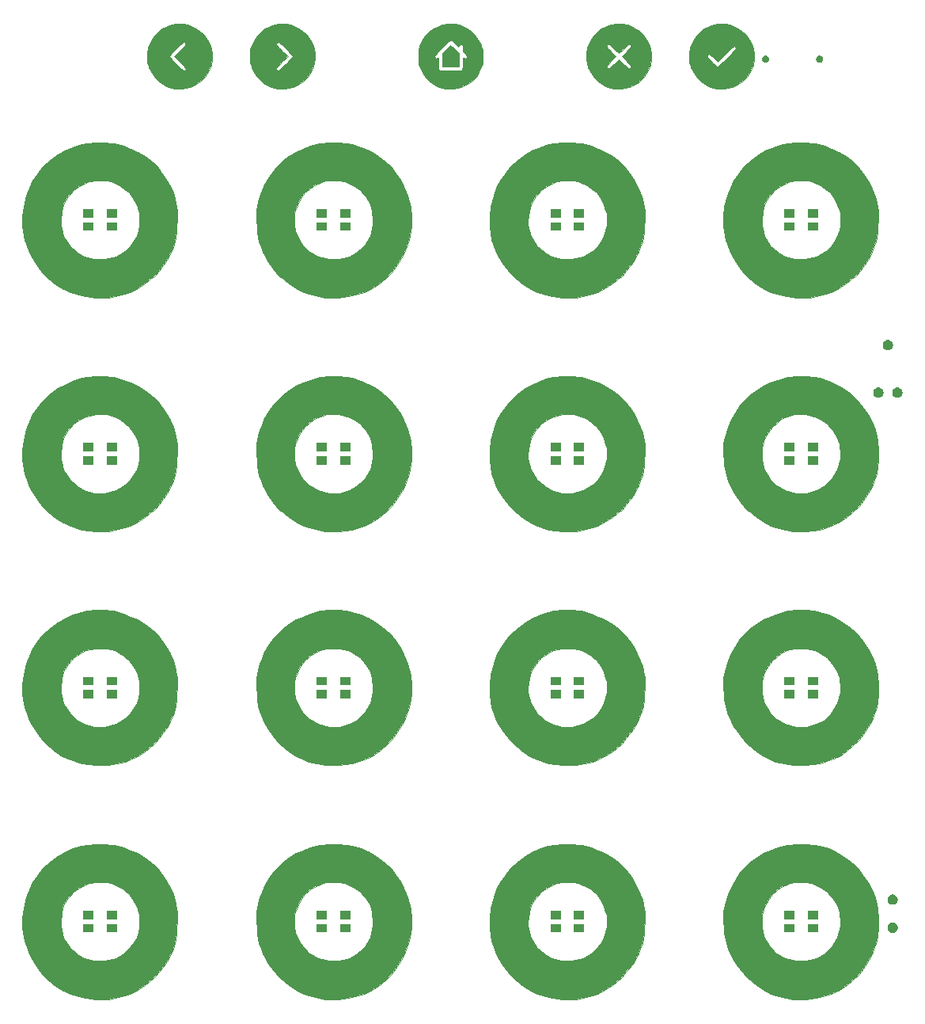
<source format=gts>
G04 #@! TF.GenerationSoftware,KiCad,Pcbnew,(5.1.5)-3*
G04 #@! TF.CreationDate,2020-05-31T21:02:15+02:00*
G04 #@! TF.ProjectId,cz-badge-hardware,637a2d62-6164-4676-952d-686172647761,rev?*
G04 #@! TF.SameCoordinates,PX17d7840PY7735940*
G04 #@! TF.FileFunction,Soldermask,Top*
G04 #@! TF.FilePolarity,Negative*
%FSLAX46Y46*%
G04 Gerber Fmt 4.6, Leading zero omitted, Abs format (unit mm)*
G04 Created by KiCad (PCBNEW (5.1.5)-3) date 2020-05-31 21:02:15*
%MOMM*%
%LPD*%
G04 APERTURE LIST*
%ADD10C,0.010000*%
%ADD11C,0.100000*%
G04 APERTURE END LIST*
D10*
G36*
X79299392Y108457114D02*
G01*
X79526579Y108442704D01*
X79718462Y108412319D01*
X79911941Y108360749D01*
X80064637Y108310444D01*
X80652534Y108055199D01*
X81165183Y107720827D01*
X81601413Y107308502D01*
X81960051Y106819394D01*
X82239926Y106254676D01*
X82310445Y106064637D01*
X82379554Y105848734D01*
X82423905Y105659732D01*
X82448709Y105460732D01*
X82459175Y105214831D01*
X82460761Y105000000D01*
X82457115Y104700608D01*
X82442705Y104473421D01*
X82412320Y104281538D01*
X82360750Y104088059D01*
X82310445Y103935363D01*
X82055248Y103348738D01*
X81720350Y102835463D01*
X81308893Y102398689D01*
X80824017Y102041567D01*
X80268866Y101767249D01*
X80081147Y101698897D01*
X79699091Y101601177D01*
X79271873Y101541730D01*
X78844824Y101524325D01*
X78463273Y101552735D01*
X78416748Y101560460D01*
X77823793Y101720569D01*
X77278611Y101975369D01*
X76789393Y102317729D01*
X76364328Y102740516D01*
X76011608Y103236597D01*
X75739424Y103798839D01*
X75689556Y103935363D01*
X75620447Y104151265D01*
X75576096Y104340267D01*
X75551292Y104539267D01*
X75540826Y104785168D01*
X75539240Y105000000D01*
X75539285Y105003757D01*
X77470538Y105003757D01*
X77508216Y104932131D01*
X77609203Y104805870D01*
X77755430Y104643133D01*
X77928828Y104462078D01*
X78111328Y104280865D01*
X78284860Y104117651D01*
X78431357Y103990596D01*
X78532748Y103917858D01*
X78561363Y103907526D01*
X78621524Y103944735D01*
X78746662Y104049284D01*
X78925216Y104210555D01*
X79145626Y104417932D01*
X79396334Y104660798D01*
X79586635Y104849199D01*
X79848634Y105114246D01*
X80082646Y105357440D01*
X80278038Y105567197D01*
X80424174Y105731933D01*
X80510418Y105840065D01*
X80529463Y105876124D01*
X80482504Y106002478D01*
X80371031Y106082992D01*
X80314340Y106092473D01*
X80252360Y106055329D01*
X80126428Y105951443D01*
X79949023Y105792132D01*
X79732622Y105588713D01*
X79489704Y105352506D01*
X79397017Y105260477D01*
X78563720Y104428481D01*
X78166060Y104823488D01*
X77991569Y104989133D01*
X77838369Y105120598D01*
X77726752Y105201218D01*
X77685017Y105218494D01*
X77560144Y105171382D01*
X77480022Y105060094D01*
X77470538Y105003757D01*
X75539285Y105003757D01*
X75542886Y105299391D01*
X75557296Y105526578D01*
X75587681Y105718461D01*
X75639251Y105911940D01*
X75689556Y106064637D01*
X75944801Y106652533D01*
X76279173Y107165182D01*
X76691498Y107601412D01*
X77180606Y107960050D01*
X77745324Y108239925D01*
X77935363Y108310444D01*
X78151266Y108379553D01*
X78340268Y108423904D01*
X78539268Y108448708D01*
X78785169Y108459174D01*
X79000000Y108460760D01*
X79299392Y108457114D01*
G37*
X79299392Y108457114D02*
X79526579Y108442704D01*
X79718462Y108412319D01*
X79911941Y108360749D01*
X80064637Y108310444D01*
X80652534Y108055199D01*
X81165183Y107720827D01*
X81601413Y107308502D01*
X81960051Y106819394D01*
X82239926Y106254676D01*
X82310445Y106064637D01*
X82379554Y105848734D01*
X82423905Y105659732D01*
X82448709Y105460732D01*
X82459175Y105214831D01*
X82460761Y105000000D01*
X82457115Y104700608D01*
X82442705Y104473421D01*
X82412320Y104281538D01*
X82360750Y104088059D01*
X82310445Y103935363D01*
X82055248Y103348738D01*
X81720350Y102835463D01*
X81308893Y102398689D01*
X80824017Y102041567D01*
X80268866Y101767249D01*
X80081147Y101698897D01*
X79699091Y101601177D01*
X79271873Y101541730D01*
X78844824Y101524325D01*
X78463273Y101552735D01*
X78416748Y101560460D01*
X77823793Y101720569D01*
X77278611Y101975369D01*
X76789393Y102317729D01*
X76364328Y102740516D01*
X76011608Y103236597D01*
X75739424Y103798839D01*
X75689556Y103935363D01*
X75620447Y104151265D01*
X75576096Y104340267D01*
X75551292Y104539267D01*
X75540826Y104785168D01*
X75539240Y105000000D01*
X75539285Y105003757D01*
X77470538Y105003757D01*
X77508216Y104932131D01*
X77609203Y104805870D01*
X77755430Y104643133D01*
X77928828Y104462078D01*
X78111328Y104280865D01*
X78284860Y104117651D01*
X78431357Y103990596D01*
X78532748Y103917858D01*
X78561363Y103907526D01*
X78621524Y103944735D01*
X78746662Y104049284D01*
X78925216Y104210555D01*
X79145626Y104417932D01*
X79396334Y104660798D01*
X79586635Y104849199D01*
X79848634Y105114246D01*
X80082646Y105357440D01*
X80278038Y105567197D01*
X80424174Y105731933D01*
X80510418Y105840065D01*
X80529463Y105876124D01*
X80482504Y106002478D01*
X80371031Y106082992D01*
X80314340Y106092473D01*
X80252360Y106055329D01*
X80126428Y105951443D01*
X79949023Y105792132D01*
X79732622Y105588713D01*
X79489704Y105352506D01*
X79397017Y105260477D01*
X78563720Y104428481D01*
X78166060Y104823488D01*
X77991569Y104989133D01*
X77838369Y105120598D01*
X77726752Y105201218D01*
X77685017Y105218494D01*
X77560144Y105171382D01*
X77480022Y105060094D01*
X77470538Y105003757D01*
X75539285Y105003757D01*
X75542886Y105299391D01*
X75557296Y105526578D01*
X75587681Y105718461D01*
X75639251Y105911940D01*
X75689556Y106064637D01*
X75944801Y106652533D01*
X76279173Y107165182D01*
X76691498Y107601412D01*
X77180606Y107960050D01*
X77745324Y108239925D01*
X77935363Y108310444D01*
X78151266Y108379553D01*
X78340268Y108423904D01*
X78539268Y108448708D01*
X78785169Y108459174D01*
X79000000Y108460760D01*
X79299392Y108457114D01*
G36*
X68299392Y108457114D02*
G01*
X68526579Y108442704D01*
X68718462Y108412319D01*
X68911941Y108360749D01*
X69064637Y108310444D01*
X69652534Y108055199D01*
X70165183Y107720827D01*
X70601413Y107308502D01*
X70960051Y106819394D01*
X71239926Y106254676D01*
X71310445Y106064637D01*
X71379554Y105848734D01*
X71423905Y105659732D01*
X71448709Y105460732D01*
X71459175Y105214831D01*
X71460761Y105000000D01*
X71457115Y104700608D01*
X71442705Y104473421D01*
X71412320Y104281538D01*
X71360750Y104088059D01*
X71310445Y103935363D01*
X71055248Y103348738D01*
X70720350Y102835463D01*
X70308893Y102398689D01*
X69824017Y102041567D01*
X69268866Y101767249D01*
X69081147Y101698897D01*
X68699091Y101601177D01*
X68271873Y101541730D01*
X67844824Y101524325D01*
X67463273Y101552735D01*
X67416748Y101560460D01*
X66823793Y101720569D01*
X66278611Y101975369D01*
X65789393Y102317729D01*
X65364328Y102740516D01*
X65011608Y103236597D01*
X64739424Y103798839D01*
X64712528Y103872474D01*
X66698840Y103872474D01*
X66718302Y103799195D01*
X66754581Y103754580D01*
X66822420Y103706788D01*
X66900691Y103702937D01*
X67002836Y103751004D01*
X67142295Y103858967D01*
X67332511Y104034803D01*
X67493705Y104193222D01*
X68000000Y104697412D01*
X68506296Y104193222D01*
X68737704Y103967838D01*
X68909418Y103815631D01*
X69034878Y103728624D01*
X69127526Y103698839D01*
X69200805Y103718301D01*
X69245420Y103754580D01*
X69293212Y103822419D01*
X69297063Y103900690D01*
X69248996Y104002835D01*
X69141033Y104142294D01*
X68965197Y104332510D01*
X68806778Y104493704D01*
X68302588Y105000000D01*
X68806778Y105506295D01*
X69032162Y105737703D01*
X69184369Y105909417D01*
X69271376Y106034877D01*
X69301161Y106127526D01*
X69281699Y106200804D01*
X69245420Y106245419D01*
X69177581Y106293211D01*
X69099310Y106297062D01*
X68997165Y106248995D01*
X68857706Y106141032D01*
X68667490Y105965196D01*
X68506296Y105806777D01*
X68000000Y105302587D01*
X67493705Y105806777D01*
X67262297Y106032161D01*
X67090583Y106184368D01*
X66965123Y106271376D01*
X66872474Y106301160D01*
X66799196Y106281698D01*
X66754581Y106245419D01*
X66706789Y106177580D01*
X66702938Y106099309D01*
X66751005Y105997164D01*
X66858968Y105857705D01*
X67034804Y105667489D01*
X67193223Y105506295D01*
X67697413Y105000000D01*
X67193223Y104493704D01*
X66967839Y104262296D01*
X66815632Y104090582D01*
X66728624Y103965122D01*
X66698840Y103872474D01*
X64712528Y103872474D01*
X64689556Y103935363D01*
X64620447Y104151265D01*
X64576096Y104340267D01*
X64551292Y104539267D01*
X64540826Y104785168D01*
X64539240Y105000000D01*
X64542886Y105299391D01*
X64557296Y105526578D01*
X64587681Y105718461D01*
X64639251Y105911940D01*
X64689556Y106064637D01*
X64944801Y106652533D01*
X65279173Y107165182D01*
X65691498Y107601412D01*
X66180606Y107960050D01*
X66745324Y108239925D01*
X66935363Y108310444D01*
X67151266Y108379553D01*
X67340268Y108423904D01*
X67539268Y108448708D01*
X67785169Y108459174D01*
X68000000Y108460760D01*
X68299392Y108457114D01*
G37*
X68299392Y108457114D02*
X68526579Y108442704D01*
X68718462Y108412319D01*
X68911941Y108360749D01*
X69064637Y108310444D01*
X69652534Y108055199D01*
X70165183Y107720827D01*
X70601413Y107308502D01*
X70960051Y106819394D01*
X71239926Y106254676D01*
X71310445Y106064637D01*
X71379554Y105848734D01*
X71423905Y105659732D01*
X71448709Y105460732D01*
X71459175Y105214831D01*
X71460761Y105000000D01*
X71457115Y104700608D01*
X71442705Y104473421D01*
X71412320Y104281538D01*
X71360750Y104088059D01*
X71310445Y103935363D01*
X71055248Y103348738D01*
X70720350Y102835463D01*
X70308893Y102398689D01*
X69824017Y102041567D01*
X69268866Y101767249D01*
X69081147Y101698897D01*
X68699091Y101601177D01*
X68271873Y101541730D01*
X67844824Y101524325D01*
X67463273Y101552735D01*
X67416748Y101560460D01*
X66823793Y101720569D01*
X66278611Y101975369D01*
X65789393Y102317729D01*
X65364328Y102740516D01*
X65011608Y103236597D01*
X64739424Y103798839D01*
X64712528Y103872474D01*
X66698840Y103872474D01*
X66718302Y103799195D01*
X66754581Y103754580D01*
X66822420Y103706788D01*
X66900691Y103702937D01*
X67002836Y103751004D01*
X67142295Y103858967D01*
X67332511Y104034803D01*
X67493705Y104193222D01*
X68000000Y104697412D01*
X68506296Y104193222D01*
X68737704Y103967838D01*
X68909418Y103815631D01*
X69034878Y103728624D01*
X69127526Y103698839D01*
X69200805Y103718301D01*
X69245420Y103754580D01*
X69293212Y103822419D01*
X69297063Y103900690D01*
X69248996Y104002835D01*
X69141033Y104142294D01*
X68965197Y104332510D01*
X68806778Y104493704D01*
X68302588Y105000000D01*
X68806778Y105506295D01*
X69032162Y105737703D01*
X69184369Y105909417D01*
X69271376Y106034877D01*
X69301161Y106127526D01*
X69281699Y106200804D01*
X69245420Y106245419D01*
X69177581Y106293211D01*
X69099310Y106297062D01*
X68997165Y106248995D01*
X68857706Y106141032D01*
X68667490Y105965196D01*
X68506296Y105806777D01*
X68000000Y105302587D01*
X67493705Y105806777D01*
X67262297Y106032161D01*
X67090583Y106184368D01*
X66965123Y106271376D01*
X66872474Y106301160D01*
X66799196Y106281698D01*
X66754581Y106245419D01*
X66706789Y106177580D01*
X66702938Y106099309D01*
X66751005Y105997164D01*
X66858968Y105857705D01*
X67034804Y105667489D01*
X67193223Y105506295D01*
X67697413Y105000000D01*
X67193223Y104493704D01*
X66967839Y104262296D01*
X66815632Y104090582D01*
X66728624Y103965122D01*
X66698840Y103872474D01*
X64712528Y103872474D01*
X64689556Y103935363D01*
X64620447Y104151265D01*
X64576096Y104340267D01*
X64551292Y104539267D01*
X64540826Y104785168D01*
X64539240Y105000000D01*
X64542886Y105299391D01*
X64557296Y105526578D01*
X64587681Y105718461D01*
X64639251Y105911940D01*
X64689556Y106064637D01*
X64944801Y106652533D01*
X65279173Y107165182D01*
X65691498Y107601412D01*
X66180606Y107960050D01*
X66745324Y108239925D01*
X66935363Y108310444D01*
X67151266Y108379553D01*
X67340268Y108423904D01*
X67539268Y108448708D01*
X67785169Y108459174D01*
X68000000Y108460760D01*
X68299392Y108457114D01*
G36*
X32299392Y108457114D02*
G01*
X32526579Y108442704D01*
X32718462Y108412319D01*
X32911941Y108360749D01*
X33064637Y108310444D01*
X33652534Y108055199D01*
X34165183Y107720827D01*
X34601413Y107308502D01*
X34960051Y106819394D01*
X35239926Y106254676D01*
X35310445Y106064637D01*
X35379554Y105848734D01*
X35423905Y105659732D01*
X35448709Y105460732D01*
X35459175Y105214831D01*
X35460761Y105000000D01*
X35457115Y104700608D01*
X35442705Y104473421D01*
X35412320Y104281538D01*
X35360750Y104088059D01*
X35310445Y103935363D01*
X35055248Y103348738D01*
X34720350Y102835463D01*
X34308893Y102398689D01*
X33824017Y102041567D01*
X33268866Y101767249D01*
X33081147Y101698897D01*
X32699091Y101601177D01*
X32271873Y101541730D01*
X31844824Y101524325D01*
X31463273Y101552735D01*
X31416748Y101560460D01*
X30823793Y101720569D01*
X30278611Y101975369D01*
X29789393Y102317729D01*
X29364328Y102740516D01*
X29011608Y103236597D01*
X28739424Y103798839D01*
X28689556Y103935363D01*
X28620447Y104151265D01*
X28576096Y104340267D01*
X28551292Y104539267D01*
X28540826Y104785168D01*
X28539240Y105000000D01*
X28542886Y105299391D01*
X28557296Y105526578D01*
X28587681Y105718461D01*
X28639251Y105911940D01*
X28689556Y106064637D01*
X28798061Y106314553D01*
X31344517Y106314553D01*
X31381469Y106248919D01*
X31483496Y106122210D01*
X31637354Y105949519D01*
X31829799Y105745935D01*
X31958142Y105615370D01*
X32571767Y105000000D01*
X31958142Y104384629D01*
X31748917Y104169762D01*
X31570341Y103976742D01*
X31435657Y103820660D01*
X31358110Y103716607D01*
X31344517Y103685446D01*
X31391662Y103560139D01*
X31503189Y103479967D01*
X31559548Y103470537D01*
X31623152Y103507595D01*
X31749469Y103610658D01*
X31924892Y103767559D01*
X32135819Y103966131D01*
X32367978Y104193542D01*
X32596424Y104425717D01*
X32795282Y104635846D01*
X32952367Y104810389D01*
X33055493Y104935808D01*
X33092474Y104998508D01*
X33054828Y105064838D01*
X32951877Y105190288D01*
X32798595Y105359889D01*
X32609958Y105558667D01*
X32400944Y105771653D01*
X32186528Y105983874D01*
X31981685Y106180360D01*
X31801392Y106346138D01*
X31660626Y106466238D01*
X31574362Y106525688D01*
X31561039Y106529462D01*
X31434643Y106482586D01*
X31354047Y106371304D01*
X31344517Y106314553D01*
X28798061Y106314553D01*
X28944801Y106652533D01*
X29279173Y107165182D01*
X29691498Y107601412D01*
X30180606Y107960050D01*
X30745324Y108239925D01*
X30935363Y108310444D01*
X31151266Y108379553D01*
X31340268Y108423904D01*
X31539268Y108448708D01*
X31785169Y108459174D01*
X32000000Y108460760D01*
X32299392Y108457114D01*
G37*
X32299392Y108457114D02*
X32526579Y108442704D01*
X32718462Y108412319D01*
X32911941Y108360749D01*
X33064637Y108310444D01*
X33652534Y108055199D01*
X34165183Y107720827D01*
X34601413Y107308502D01*
X34960051Y106819394D01*
X35239926Y106254676D01*
X35310445Y106064637D01*
X35379554Y105848734D01*
X35423905Y105659732D01*
X35448709Y105460732D01*
X35459175Y105214831D01*
X35460761Y105000000D01*
X35457115Y104700608D01*
X35442705Y104473421D01*
X35412320Y104281538D01*
X35360750Y104088059D01*
X35310445Y103935363D01*
X35055248Y103348738D01*
X34720350Y102835463D01*
X34308893Y102398689D01*
X33824017Y102041567D01*
X33268866Y101767249D01*
X33081147Y101698897D01*
X32699091Y101601177D01*
X32271873Y101541730D01*
X31844824Y101524325D01*
X31463273Y101552735D01*
X31416748Y101560460D01*
X30823793Y101720569D01*
X30278611Y101975369D01*
X29789393Y102317729D01*
X29364328Y102740516D01*
X29011608Y103236597D01*
X28739424Y103798839D01*
X28689556Y103935363D01*
X28620447Y104151265D01*
X28576096Y104340267D01*
X28551292Y104539267D01*
X28540826Y104785168D01*
X28539240Y105000000D01*
X28542886Y105299391D01*
X28557296Y105526578D01*
X28587681Y105718461D01*
X28639251Y105911940D01*
X28689556Y106064637D01*
X28798061Y106314553D01*
X31344517Y106314553D01*
X31381469Y106248919D01*
X31483496Y106122210D01*
X31637354Y105949519D01*
X31829799Y105745935D01*
X31958142Y105615370D01*
X32571767Y105000000D01*
X31958142Y104384629D01*
X31748917Y104169762D01*
X31570341Y103976742D01*
X31435657Y103820660D01*
X31358110Y103716607D01*
X31344517Y103685446D01*
X31391662Y103560139D01*
X31503189Y103479967D01*
X31559548Y103470537D01*
X31623152Y103507595D01*
X31749469Y103610658D01*
X31924892Y103767559D01*
X32135819Y103966131D01*
X32367978Y104193542D01*
X32596424Y104425717D01*
X32795282Y104635846D01*
X32952367Y104810389D01*
X33055493Y104935808D01*
X33092474Y104998508D01*
X33054828Y105064838D01*
X32951877Y105190288D01*
X32798595Y105359889D01*
X32609958Y105558667D01*
X32400944Y105771653D01*
X32186528Y105983874D01*
X31981685Y106180360D01*
X31801392Y106346138D01*
X31660626Y106466238D01*
X31574362Y106525688D01*
X31561039Y106529462D01*
X31434643Y106482586D01*
X31354047Y106371304D01*
X31344517Y106314553D01*
X28798061Y106314553D01*
X28944801Y106652533D01*
X29279173Y107165182D01*
X29691498Y107601412D01*
X30180606Y107960050D01*
X30745324Y108239925D01*
X30935363Y108310444D01*
X31151266Y108379553D01*
X31340268Y108423904D01*
X31539268Y108448708D01*
X31785169Y108459174D01*
X32000000Y108460760D01*
X32299392Y108457114D01*
G36*
X21299392Y108457114D02*
G01*
X21526579Y108442704D01*
X21718462Y108412319D01*
X21911941Y108360749D01*
X22064637Y108310444D01*
X22652534Y108055199D01*
X23165183Y107720827D01*
X23601413Y107308502D01*
X23960051Y106819394D01*
X24239926Y106254676D01*
X24310445Y106064637D01*
X24379554Y105848734D01*
X24423905Y105659732D01*
X24448709Y105460732D01*
X24459175Y105214831D01*
X24460761Y105000000D01*
X24457115Y104700608D01*
X24442705Y104473421D01*
X24412320Y104281538D01*
X24360750Y104088059D01*
X24310445Y103935363D01*
X24055248Y103348738D01*
X23720350Y102835463D01*
X23308893Y102398689D01*
X22824017Y102041567D01*
X22268866Y101767249D01*
X22081147Y101698897D01*
X21699091Y101601177D01*
X21271873Y101541730D01*
X20844824Y101524325D01*
X20463273Y101552735D01*
X20416748Y101560460D01*
X19823793Y101720569D01*
X19278611Y101975369D01*
X18789393Y102317729D01*
X18364328Y102740516D01*
X18011608Y103236597D01*
X17739424Y103798839D01*
X17689556Y103935363D01*
X17620447Y104151265D01*
X17576096Y104340267D01*
X17551292Y104539267D01*
X17540826Y104785168D01*
X17539240Y105000000D01*
X19907527Y105000000D01*
X19945176Y104933979D01*
X20048137Y104808835D01*
X20201430Y104639526D01*
X20390077Y104441013D01*
X20599099Y104228255D01*
X20813517Y104016211D01*
X21018353Y103819842D01*
X21198626Y103654106D01*
X21339358Y103533964D01*
X21425570Y103474376D01*
X21438962Y103470537D01*
X21551723Y103506878D01*
X21589936Y103536086D01*
X21648532Y103641042D01*
X21655484Y103685446D01*
X21618532Y103751080D01*
X21516505Y103877789D01*
X21362647Y104050480D01*
X21170202Y104254064D01*
X21041859Y104384629D01*
X20428234Y105000000D01*
X21041859Y105615370D01*
X21251084Y105830238D01*
X21429660Y106023257D01*
X21564344Y106179339D01*
X21641891Y106283392D01*
X21655484Y106314553D01*
X21608257Y106440007D01*
X21496139Y106520002D01*
X21438962Y106529462D01*
X21372857Y106491862D01*
X21247551Y106389034D01*
X21078024Y106235938D01*
X20879255Y106047533D01*
X20666222Y105838780D01*
X20453905Y105624639D01*
X20257282Y105420067D01*
X20091333Y105240026D01*
X19971036Y105099475D01*
X19911371Y105013374D01*
X19907527Y105000000D01*
X17539240Y105000000D01*
X17542886Y105299391D01*
X17557296Y105526578D01*
X17587681Y105718461D01*
X17639251Y105911940D01*
X17689556Y106064637D01*
X17944801Y106652533D01*
X18279173Y107165182D01*
X18691498Y107601412D01*
X19180606Y107960050D01*
X19745324Y108239925D01*
X19935363Y108310444D01*
X20151266Y108379553D01*
X20340268Y108423904D01*
X20539268Y108448708D01*
X20785169Y108459174D01*
X21000000Y108460760D01*
X21299392Y108457114D01*
G37*
X21299392Y108457114D02*
X21526579Y108442704D01*
X21718462Y108412319D01*
X21911941Y108360749D01*
X22064637Y108310444D01*
X22652534Y108055199D01*
X23165183Y107720827D01*
X23601413Y107308502D01*
X23960051Y106819394D01*
X24239926Y106254676D01*
X24310445Y106064637D01*
X24379554Y105848734D01*
X24423905Y105659732D01*
X24448709Y105460732D01*
X24459175Y105214831D01*
X24460761Y105000000D01*
X24457115Y104700608D01*
X24442705Y104473421D01*
X24412320Y104281538D01*
X24360750Y104088059D01*
X24310445Y103935363D01*
X24055248Y103348738D01*
X23720350Y102835463D01*
X23308893Y102398689D01*
X22824017Y102041567D01*
X22268866Y101767249D01*
X22081147Y101698897D01*
X21699091Y101601177D01*
X21271873Y101541730D01*
X20844824Y101524325D01*
X20463273Y101552735D01*
X20416748Y101560460D01*
X19823793Y101720569D01*
X19278611Y101975369D01*
X18789393Y102317729D01*
X18364328Y102740516D01*
X18011608Y103236597D01*
X17739424Y103798839D01*
X17689556Y103935363D01*
X17620447Y104151265D01*
X17576096Y104340267D01*
X17551292Y104539267D01*
X17540826Y104785168D01*
X17539240Y105000000D01*
X19907527Y105000000D01*
X19945176Y104933979D01*
X20048137Y104808835D01*
X20201430Y104639526D01*
X20390077Y104441013D01*
X20599099Y104228255D01*
X20813517Y104016211D01*
X21018353Y103819842D01*
X21198626Y103654106D01*
X21339358Y103533964D01*
X21425570Y103474376D01*
X21438962Y103470537D01*
X21551723Y103506878D01*
X21589936Y103536086D01*
X21648532Y103641042D01*
X21655484Y103685446D01*
X21618532Y103751080D01*
X21516505Y103877789D01*
X21362647Y104050480D01*
X21170202Y104254064D01*
X21041859Y104384629D01*
X20428234Y105000000D01*
X21041859Y105615370D01*
X21251084Y105830238D01*
X21429660Y106023257D01*
X21564344Y106179339D01*
X21641891Y106283392D01*
X21655484Y106314553D01*
X21608257Y106440007D01*
X21496139Y106520002D01*
X21438962Y106529462D01*
X21372857Y106491862D01*
X21247551Y106389034D01*
X21078024Y106235938D01*
X20879255Y106047533D01*
X20666222Y105838780D01*
X20453905Y105624639D01*
X20257282Y105420067D01*
X20091333Y105240026D01*
X19971036Y105099475D01*
X19911371Y105013374D01*
X19907527Y105000000D01*
X17539240Y105000000D01*
X17542886Y105299391D01*
X17557296Y105526578D01*
X17587681Y105718461D01*
X17639251Y105911940D01*
X17689556Y106064637D01*
X17944801Y106652533D01*
X18279173Y107165182D01*
X18691498Y107601412D01*
X19180606Y107960050D01*
X19745324Y108239925D01*
X19935363Y108310444D01*
X20151266Y108379553D01*
X20340268Y108423904D01*
X20539268Y108448708D01*
X20785169Y108459174D01*
X21000000Y108460760D01*
X21299392Y108457114D01*
G36*
X50436990Y105792043D02*
G01*
X50873979Y105357616D01*
X50873979Y103907526D01*
X49126022Y103907526D01*
X49126022Y105357616D01*
X49563011Y105792043D01*
X50000000Y106226469D01*
X50436990Y105792043D01*
G37*
X50436990Y105792043D02*
X50873979Y105357616D01*
X50873979Y103907526D01*
X49126022Y103907526D01*
X49126022Y105357616D01*
X49563011Y105792043D01*
X50000000Y106226469D01*
X50436990Y105792043D01*
G36*
X50299392Y108457114D02*
G01*
X50526579Y108442704D01*
X50718462Y108412319D01*
X50911941Y108360749D01*
X51064637Y108310444D01*
X51652534Y108055199D01*
X52165183Y107720827D01*
X52601413Y107308502D01*
X52960051Y106819394D01*
X53239926Y106254676D01*
X53310445Y106064637D01*
X53379554Y105848734D01*
X53423905Y105659732D01*
X53448709Y105460732D01*
X53459175Y105214831D01*
X53460761Y105000000D01*
X53457115Y104700608D01*
X53442705Y104473421D01*
X53412320Y104281538D01*
X53360750Y104088059D01*
X53310445Y103935363D01*
X53055248Y103348738D01*
X52720350Y102835463D01*
X52308893Y102398689D01*
X51824017Y102041567D01*
X51268866Y101767249D01*
X51081147Y101698897D01*
X50699091Y101601177D01*
X50271873Y101541730D01*
X49844824Y101524325D01*
X49463273Y101552735D01*
X49416748Y101560460D01*
X48823793Y101720569D01*
X48278611Y101975369D01*
X47789393Y102317729D01*
X47364328Y102740516D01*
X47011608Y103236597D01*
X46739424Y103798839D01*
X46689556Y103935363D01*
X46620447Y104151265D01*
X46576096Y104340267D01*
X46551292Y104539267D01*
X46540826Y104785168D01*
X46539405Y104977734D01*
X48260201Y104977734D01*
X48260241Y104972434D01*
X48329652Y104845168D01*
X48450859Y104791145D01*
X48579597Y104823334D01*
X48625976Y104848080D01*
X48656965Y104842589D01*
X48675663Y104790519D01*
X48685172Y104675526D01*
X48688594Y104481269D01*
X48689033Y104246656D01*
X48695153Y103907605D01*
X48713472Y103675644D01*
X48743930Y103551425D01*
X48754581Y103536086D01*
X48831120Y103513114D01*
X48997013Y103494724D01*
X49232466Y103480916D01*
X49517681Y103471690D01*
X49832864Y103467045D01*
X50158217Y103466982D01*
X50473945Y103471500D01*
X50760252Y103480601D01*
X50997341Y103494282D01*
X51165416Y103512546D01*
X51244682Y103535391D01*
X51245420Y103536086D01*
X51279253Y103630140D01*
X51300964Y103832121D01*
X51310492Y104141373D01*
X51310968Y104246656D01*
X51311684Y104519573D01*
X51315899Y104699587D01*
X51326715Y104803040D01*
X51347232Y104846275D01*
X51380553Y104845634D01*
X51420404Y104823334D01*
X51540281Y104783687D01*
X51625243Y104815070D01*
X51720955Y104913711D01*
X51722421Y105036512D01*
X51627966Y105192584D01*
X51537323Y105293050D01*
X51414624Y105427059D01*
X51346208Y105539870D01*
X51313896Y105675547D01*
X51299959Y105868298D01*
X51281003Y106083211D01*
X51244676Y106212639D01*
X51188065Y106277697D01*
X51062431Y106302844D01*
X50948005Y106238150D01*
X50875685Y106101230D01*
X50875221Y106099315D01*
X50855117Y106051992D01*
X50816537Y106047521D01*
X50744990Y106095268D01*
X50625982Y106204597D01*
X50465767Y106363947D01*
X50295281Y106527684D01*
X50145636Y106656649D01*
X50037552Y106733727D01*
X50000805Y106747957D01*
X49930758Y106710163D01*
X49802201Y106606049D01*
X49628757Y106449512D01*
X49424051Y106254450D01*
X49201707Y106034761D01*
X48975349Y105804342D01*
X48758602Y105577092D01*
X48565089Y105366908D01*
X48408435Y105187689D01*
X48302265Y105053332D01*
X48260201Y104977734D01*
X46539405Y104977734D01*
X46539240Y105000000D01*
X46542886Y105299391D01*
X46557296Y105526578D01*
X46587681Y105718461D01*
X46639251Y105911940D01*
X46689556Y106064637D01*
X46944801Y106652533D01*
X47279173Y107165182D01*
X47691498Y107601412D01*
X48180606Y107960050D01*
X48745324Y108239925D01*
X48935363Y108310444D01*
X49151266Y108379553D01*
X49340268Y108423904D01*
X49539268Y108448708D01*
X49785169Y108459174D01*
X50000000Y108460760D01*
X50299392Y108457114D01*
G37*
X50299392Y108457114D02*
X50526579Y108442704D01*
X50718462Y108412319D01*
X50911941Y108360749D01*
X51064637Y108310444D01*
X51652534Y108055199D01*
X52165183Y107720827D01*
X52601413Y107308502D01*
X52960051Y106819394D01*
X53239926Y106254676D01*
X53310445Y106064637D01*
X53379554Y105848734D01*
X53423905Y105659732D01*
X53448709Y105460732D01*
X53459175Y105214831D01*
X53460761Y105000000D01*
X53457115Y104700608D01*
X53442705Y104473421D01*
X53412320Y104281538D01*
X53360750Y104088059D01*
X53310445Y103935363D01*
X53055248Y103348738D01*
X52720350Y102835463D01*
X52308893Y102398689D01*
X51824017Y102041567D01*
X51268866Y101767249D01*
X51081147Y101698897D01*
X50699091Y101601177D01*
X50271873Y101541730D01*
X49844824Y101524325D01*
X49463273Y101552735D01*
X49416748Y101560460D01*
X48823793Y101720569D01*
X48278611Y101975369D01*
X47789393Y102317729D01*
X47364328Y102740516D01*
X47011608Y103236597D01*
X46739424Y103798839D01*
X46689556Y103935363D01*
X46620447Y104151265D01*
X46576096Y104340267D01*
X46551292Y104539267D01*
X46540826Y104785168D01*
X46539405Y104977734D01*
X48260201Y104977734D01*
X48260241Y104972434D01*
X48329652Y104845168D01*
X48450859Y104791145D01*
X48579597Y104823334D01*
X48625976Y104848080D01*
X48656965Y104842589D01*
X48675663Y104790519D01*
X48685172Y104675526D01*
X48688594Y104481269D01*
X48689033Y104246656D01*
X48695153Y103907605D01*
X48713472Y103675644D01*
X48743930Y103551425D01*
X48754581Y103536086D01*
X48831120Y103513114D01*
X48997013Y103494724D01*
X49232466Y103480916D01*
X49517681Y103471690D01*
X49832864Y103467045D01*
X50158217Y103466982D01*
X50473945Y103471500D01*
X50760252Y103480601D01*
X50997341Y103494282D01*
X51165416Y103512546D01*
X51244682Y103535391D01*
X51245420Y103536086D01*
X51279253Y103630140D01*
X51300964Y103832121D01*
X51310492Y104141373D01*
X51310968Y104246656D01*
X51311684Y104519573D01*
X51315899Y104699587D01*
X51326715Y104803040D01*
X51347232Y104846275D01*
X51380553Y104845634D01*
X51420404Y104823334D01*
X51540281Y104783687D01*
X51625243Y104815070D01*
X51720955Y104913711D01*
X51722421Y105036512D01*
X51627966Y105192584D01*
X51537323Y105293050D01*
X51414624Y105427059D01*
X51346208Y105539870D01*
X51313896Y105675547D01*
X51299959Y105868298D01*
X51281003Y106083211D01*
X51244676Y106212639D01*
X51188065Y106277697D01*
X51062431Y106302844D01*
X50948005Y106238150D01*
X50875685Y106101230D01*
X50875221Y106099315D01*
X50855117Y106051992D01*
X50816537Y106047521D01*
X50744990Y106095268D01*
X50625982Y106204597D01*
X50465767Y106363947D01*
X50295281Y106527684D01*
X50145636Y106656649D01*
X50037552Y106733727D01*
X50000805Y106747957D01*
X49930758Y106710163D01*
X49802201Y106606049D01*
X49628757Y106449512D01*
X49424051Y106254450D01*
X49201707Y106034761D01*
X48975349Y105804342D01*
X48758602Y105577092D01*
X48565089Y105366908D01*
X48408435Y105187689D01*
X48302265Y105053332D01*
X48260201Y104977734D01*
X46539405Y104977734D01*
X46539240Y105000000D01*
X46542886Y105299391D01*
X46557296Y105526578D01*
X46587681Y105718461D01*
X46639251Y105911940D01*
X46689556Y106064637D01*
X46944801Y106652533D01*
X47279173Y107165182D01*
X47691498Y107601412D01*
X48180606Y107960050D01*
X48745324Y108239925D01*
X48935363Y108310444D01*
X49151266Y108379553D01*
X49340268Y108423904D01*
X49539268Y108448708D01*
X49785169Y108459174D01*
X50000000Y108460760D01*
X50299392Y108457114D01*
D11*
G36*
X62000000Y41700000D02*
G01*
X62000000Y45800000D01*
X62800000Y45800000D01*
X64000000Y45700000D01*
X65000000Y45400000D01*
X65800000Y45100000D01*
X66500000Y44800000D01*
X67300000Y44300000D01*
X68000000Y43800000D01*
X68600000Y43200000D01*
X69100000Y42600000D01*
X69500000Y42000000D01*
X69900000Y41300000D01*
X70300000Y40400000D01*
X70500000Y39800000D01*
X70700000Y38900000D01*
X70800000Y38500000D01*
X66600000Y38500000D01*
X66400000Y39100000D01*
X66100000Y39700000D01*
X65600000Y40400000D01*
X65000000Y40900000D01*
X64600000Y41200000D01*
X64200000Y41400000D01*
X63700000Y41600000D01*
X63200000Y41700000D01*
X62000000Y41700000D01*
G37*
X62000000Y41700000D02*
X62000000Y45800000D01*
X62800000Y45800000D01*
X64000000Y45700000D01*
X65000000Y45400000D01*
X65800000Y45100000D01*
X66500000Y44800000D01*
X67300000Y44300000D01*
X68000000Y43800000D01*
X68600000Y43200000D01*
X69100000Y42600000D01*
X69500000Y42000000D01*
X69900000Y41300000D01*
X70300000Y40400000D01*
X70500000Y39800000D01*
X70700000Y38900000D01*
X70800000Y38500000D01*
X66600000Y38500000D01*
X66400000Y39100000D01*
X66100000Y39700000D01*
X65600000Y40400000D01*
X65000000Y40900000D01*
X64600000Y41200000D01*
X64200000Y41400000D01*
X63700000Y41600000D01*
X63200000Y41700000D01*
X62000000Y41700000D01*
G36*
X54200000Y37500000D02*
G01*
X54200000Y37900000D01*
X54300000Y38900000D01*
X54600000Y40100000D01*
X55000000Y41100000D01*
X55300000Y41700000D01*
X55800000Y42400000D01*
X56400000Y43200000D01*
X57300000Y44000000D01*
X58000000Y44500000D01*
X58700000Y44900000D01*
X59600000Y45300000D01*
X60500000Y45600000D01*
X61100000Y45700000D01*
X62000000Y45800000D01*
X62000000Y41700000D01*
X61400000Y41600000D01*
X60800000Y41400000D01*
X60300000Y41100000D01*
X59700000Y40700000D01*
X59100000Y40000000D01*
X58600000Y39200000D01*
X58400000Y38500000D01*
X58300000Y37500000D01*
X54200000Y37500000D01*
G37*
X54200000Y37500000D02*
X54200000Y37900000D01*
X54300000Y38900000D01*
X54600000Y40100000D01*
X55000000Y41100000D01*
X55300000Y41700000D01*
X55800000Y42400000D01*
X56400000Y43200000D01*
X57300000Y44000000D01*
X58000000Y44500000D01*
X58700000Y44900000D01*
X59600000Y45300000D01*
X60500000Y45600000D01*
X61100000Y45700000D01*
X62000000Y45800000D01*
X62000000Y41700000D01*
X61400000Y41600000D01*
X60800000Y41400000D01*
X60300000Y41100000D01*
X59700000Y40700000D01*
X59100000Y40000000D01*
X58600000Y39200000D01*
X58400000Y38500000D01*
X58300000Y37500000D01*
X54200000Y37500000D01*
G36*
X65200000Y29600000D02*
G01*
X65700000Y29800000D01*
X66500000Y30200000D01*
X67300000Y30700000D01*
X67900000Y31200000D01*
X68300000Y31500000D01*
X68800000Y32100000D01*
X69500000Y33000000D01*
X69800000Y33500000D01*
X70100000Y34100000D01*
X70300000Y34600000D01*
X70500000Y35200000D01*
X70600000Y35600000D01*
X70700000Y36200000D01*
X70800000Y38100000D01*
X70800000Y38500000D01*
X66600000Y38500000D01*
X66700000Y38200000D01*
X66700000Y37800000D01*
X66700000Y36900000D01*
X66600000Y36400000D01*
X66400000Y35800000D01*
X66100000Y35300000D01*
X65800000Y34800000D01*
X65200000Y34200000D01*
X65200000Y29600000D01*
G37*
X65200000Y29600000D02*
X65700000Y29800000D01*
X66500000Y30200000D01*
X67300000Y30700000D01*
X67900000Y31200000D01*
X68300000Y31500000D01*
X68800000Y32100000D01*
X69500000Y33000000D01*
X69800000Y33500000D01*
X70100000Y34100000D01*
X70300000Y34600000D01*
X70500000Y35200000D01*
X70600000Y35600000D01*
X70700000Y36200000D01*
X70800000Y38100000D01*
X70800000Y38500000D01*
X66600000Y38500000D01*
X66700000Y38200000D01*
X66700000Y37800000D01*
X66700000Y36900000D01*
X66600000Y36400000D01*
X66400000Y35800000D01*
X66100000Y35300000D01*
X65800000Y34800000D01*
X65200000Y34200000D01*
X65200000Y29600000D01*
G36*
X54200000Y37500000D02*
G01*
X58300000Y37500000D01*
X58300000Y37000000D01*
X58600000Y35800000D01*
X59300000Y34700000D01*
X60100000Y34000000D01*
X60800000Y33600000D01*
X61900000Y33300000D01*
X63000000Y33300000D01*
X64200000Y33600000D01*
X65200000Y34200000D01*
X65200000Y29600000D01*
X63400000Y29200000D01*
X62000000Y29200000D01*
X60500000Y29400000D01*
X59300000Y29800000D01*
X58400000Y30200000D01*
X57500000Y30800000D01*
X56300000Y31900000D01*
X55500000Y33000000D01*
X55000000Y33800000D01*
X54400000Y35400000D01*
X54200000Y36800000D01*
X54200000Y37500000D01*
G37*
X54200000Y37500000D02*
X58300000Y37500000D01*
X58300000Y37000000D01*
X58600000Y35800000D01*
X59300000Y34700000D01*
X60100000Y34000000D01*
X60800000Y33600000D01*
X61900000Y33300000D01*
X63000000Y33300000D01*
X64200000Y33600000D01*
X65200000Y34200000D01*
X65200000Y29600000D01*
X63400000Y29200000D01*
X62000000Y29200000D01*
X60500000Y29400000D01*
X59300000Y29800000D01*
X58400000Y30200000D01*
X57500000Y30800000D01*
X56300000Y31900000D01*
X55500000Y33000000D01*
X55000000Y33800000D01*
X54400000Y35400000D01*
X54200000Y36800000D01*
X54200000Y37500000D01*
G36*
X87000000Y91700000D02*
G01*
X87000000Y95800000D01*
X87800000Y95800000D01*
X89000000Y95700000D01*
X90000000Y95400000D01*
X90800000Y95100000D01*
X91500000Y94800000D01*
X92300000Y94300000D01*
X93000000Y93800000D01*
X93600000Y93200000D01*
X94100000Y92600000D01*
X94500000Y92000000D01*
X94900000Y91300000D01*
X95300000Y90400000D01*
X95500000Y89800000D01*
X95700000Y88900000D01*
X95800000Y88500000D01*
X91600000Y88500000D01*
X91400000Y89100000D01*
X91100000Y89700000D01*
X90600000Y90400000D01*
X90000000Y90900000D01*
X89600000Y91200000D01*
X89200000Y91400000D01*
X88700000Y91600000D01*
X88200000Y91700000D01*
X87000000Y91700000D01*
G37*
X87000000Y91700000D02*
X87000000Y95800000D01*
X87800000Y95800000D01*
X89000000Y95700000D01*
X90000000Y95400000D01*
X90800000Y95100000D01*
X91500000Y94800000D01*
X92300000Y94300000D01*
X93000000Y93800000D01*
X93600000Y93200000D01*
X94100000Y92600000D01*
X94500000Y92000000D01*
X94900000Y91300000D01*
X95300000Y90400000D01*
X95500000Y89800000D01*
X95700000Y88900000D01*
X95800000Y88500000D01*
X91600000Y88500000D01*
X91400000Y89100000D01*
X91100000Y89700000D01*
X90600000Y90400000D01*
X90000000Y90900000D01*
X89600000Y91200000D01*
X89200000Y91400000D01*
X88700000Y91600000D01*
X88200000Y91700000D01*
X87000000Y91700000D01*
G36*
X79200000Y87500000D02*
G01*
X79200000Y87900000D01*
X79300000Y88900000D01*
X79600000Y90100000D01*
X80000000Y91100000D01*
X80300000Y91700000D01*
X80800000Y92400000D01*
X81400000Y93200000D01*
X82300000Y94000000D01*
X83000000Y94500000D01*
X83700000Y94900000D01*
X84600000Y95300000D01*
X85500000Y95600000D01*
X86100000Y95700000D01*
X87000000Y95800000D01*
X87000000Y91700000D01*
X86400000Y91600000D01*
X85800000Y91400000D01*
X85300000Y91100000D01*
X84700000Y90700000D01*
X84100000Y90000000D01*
X83600000Y89200000D01*
X83400000Y88500000D01*
X83300000Y87500000D01*
X79200000Y87500000D01*
G37*
X79200000Y87500000D02*
X79200000Y87900000D01*
X79300000Y88900000D01*
X79600000Y90100000D01*
X80000000Y91100000D01*
X80300000Y91700000D01*
X80800000Y92400000D01*
X81400000Y93200000D01*
X82300000Y94000000D01*
X83000000Y94500000D01*
X83700000Y94900000D01*
X84600000Y95300000D01*
X85500000Y95600000D01*
X86100000Y95700000D01*
X87000000Y95800000D01*
X87000000Y91700000D01*
X86400000Y91600000D01*
X85800000Y91400000D01*
X85300000Y91100000D01*
X84700000Y90700000D01*
X84100000Y90000000D01*
X83600000Y89200000D01*
X83400000Y88500000D01*
X83300000Y87500000D01*
X79200000Y87500000D01*
G36*
X90200000Y79600000D02*
G01*
X90700000Y79800000D01*
X91500000Y80200000D01*
X92300000Y80700000D01*
X92900000Y81200000D01*
X93300000Y81500000D01*
X93800000Y82100000D01*
X94500000Y83000000D01*
X94800000Y83500000D01*
X95100000Y84100000D01*
X95300000Y84600000D01*
X95500000Y85200000D01*
X95600000Y85600000D01*
X95700000Y86200000D01*
X95800000Y88100000D01*
X95800000Y88500000D01*
X91600000Y88500000D01*
X91700000Y88200000D01*
X91700000Y87800000D01*
X91700000Y86900000D01*
X91600000Y86400000D01*
X91400000Y85800000D01*
X91100000Y85300000D01*
X90800000Y84800000D01*
X90200000Y84200000D01*
X90200000Y79600000D01*
G37*
X90200000Y79600000D02*
X90700000Y79800000D01*
X91500000Y80200000D01*
X92300000Y80700000D01*
X92900000Y81200000D01*
X93300000Y81500000D01*
X93800000Y82100000D01*
X94500000Y83000000D01*
X94800000Y83500000D01*
X95100000Y84100000D01*
X95300000Y84600000D01*
X95500000Y85200000D01*
X95600000Y85600000D01*
X95700000Y86200000D01*
X95800000Y88100000D01*
X95800000Y88500000D01*
X91600000Y88500000D01*
X91700000Y88200000D01*
X91700000Y87800000D01*
X91700000Y86900000D01*
X91600000Y86400000D01*
X91400000Y85800000D01*
X91100000Y85300000D01*
X90800000Y84800000D01*
X90200000Y84200000D01*
X90200000Y79600000D01*
G36*
X79200000Y87500000D02*
G01*
X83300000Y87500000D01*
X83300000Y87000000D01*
X83600000Y85800000D01*
X84300000Y84700000D01*
X85100000Y84000000D01*
X85800000Y83600000D01*
X86900000Y83300000D01*
X88000000Y83300000D01*
X89200000Y83600000D01*
X90200000Y84200000D01*
X90200000Y79600000D01*
X88400000Y79200000D01*
X87000000Y79200000D01*
X85500000Y79400000D01*
X84300000Y79800000D01*
X83400000Y80200000D01*
X82500000Y80800000D01*
X81300000Y81900000D01*
X80500000Y83000000D01*
X80000000Y83800000D01*
X79400000Y85400000D01*
X79200000Y86800000D01*
X79200000Y87500000D01*
G37*
X79200000Y87500000D02*
X83300000Y87500000D01*
X83300000Y87000000D01*
X83600000Y85800000D01*
X84300000Y84700000D01*
X85100000Y84000000D01*
X85800000Y83600000D01*
X86900000Y83300000D01*
X88000000Y83300000D01*
X89200000Y83600000D01*
X90200000Y84200000D01*
X90200000Y79600000D01*
X88400000Y79200000D01*
X87000000Y79200000D01*
X85500000Y79400000D01*
X84300000Y79800000D01*
X83400000Y80200000D01*
X82500000Y80800000D01*
X81300000Y81900000D01*
X80500000Y83000000D01*
X80000000Y83800000D01*
X79400000Y85400000D01*
X79200000Y86800000D01*
X79200000Y87500000D01*
G36*
X62000000Y91700000D02*
G01*
X62000000Y95800000D01*
X62800000Y95800000D01*
X64000000Y95700000D01*
X65000000Y95400000D01*
X65800000Y95100000D01*
X66500000Y94800000D01*
X67300000Y94300000D01*
X68000000Y93800000D01*
X68600000Y93200000D01*
X69100000Y92600000D01*
X69500000Y92000000D01*
X69900000Y91300000D01*
X70300000Y90400000D01*
X70500000Y89800000D01*
X70700000Y88900000D01*
X70800000Y88500000D01*
X66600000Y88500000D01*
X66400000Y89100000D01*
X66100000Y89700000D01*
X65600000Y90400000D01*
X65000000Y90900000D01*
X64600000Y91200000D01*
X64200000Y91400000D01*
X63700000Y91600000D01*
X63200000Y91700000D01*
X62000000Y91700000D01*
G37*
X62000000Y91700000D02*
X62000000Y95800000D01*
X62800000Y95800000D01*
X64000000Y95700000D01*
X65000000Y95400000D01*
X65800000Y95100000D01*
X66500000Y94800000D01*
X67300000Y94300000D01*
X68000000Y93800000D01*
X68600000Y93200000D01*
X69100000Y92600000D01*
X69500000Y92000000D01*
X69900000Y91300000D01*
X70300000Y90400000D01*
X70500000Y89800000D01*
X70700000Y88900000D01*
X70800000Y88500000D01*
X66600000Y88500000D01*
X66400000Y89100000D01*
X66100000Y89700000D01*
X65600000Y90400000D01*
X65000000Y90900000D01*
X64600000Y91200000D01*
X64200000Y91400000D01*
X63700000Y91600000D01*
X63200000Y91700000D01*
X62000000Y91700000D01*
G36*
X54200000Y87500000D02*
G01*
X54200000Y87900000D01*
X54300000Y88900000D01*
X54600000Y90100000D01*
X55000000Y91100000D01*
X55300000Y91700000D01*
X55800000Y92400000D01*
X56400000Y93200000D01*
X57300000Y94000000D01*
X58000000Y94500000D01*
X58700000Y94900000D01*
X59600000Y95300000D01*
X60500000Y95600000D01*
X61100000Y95700000D01*
X62000000Y95800000D01*
X62000000Y91700000D01*
X61400000Y91600000D01*
X60800000Y91400000D01*
X60300000Y91100000D01*
X59700000Y90700000D01*
X59100000Y90000000D01*
X58600000Y89200000D01*
X58400000Y88500000D01*
X58300000Y87500000D01*
X54200000Y87500000D01*
G37*
X54200000Y87500000D02*
X54200000Y87900000D01*
X54300000Y88900000D01*
X54600000Y90100000D01*
X55000000Y91100000D01*
X55300000Y91700000D01*
X55800000Y92400000D01*
X56400000Y93200000D01*
X57300000Y94000000D01*
X58000000Y94500000D01*
X58700000Y94900000D01*
X59600000Y95300000D01*
X60500000Y95600000D01*
X61100000Y95700000D01*
X62000000Y95800000D01*
X62000000Y91700000D01*
X61400000Y91600000D01*
X60800000Y91400000D01*
X60300000Y91100000D01*
X59700000Y90700000D01*
X59100000Y90000000D01*
X58600000Y89200000D01*
X58400000Y88500000D01*
X58300000Y87500000D01*
X54200000Y87500000D01*
G36*
X65200000Y79600000D02*
G01*
X65700000Y79800000D01*
X66500000Y80200000D01*
X67300000Y80700000D01*
X67900000Y81200000D01*
X68300000Y81500000D01*
X68800000Y82100000D01*
X69500000Y83000000D01*
X69800000Y83500000D01*
X70100000Y84100000D01*
X70300000Y84600000D01*
X70500000Y85200000D01*
X70600000Y85600000D01*
X70700000Y86200000D01*
X70800000Y88100000D01*
X70800000Y88500000D01*
X66600000Y88500000D01*
X66700000Y88200000D01*
X66700000Y87800000D01*
X66700000Y86900000D01*
X66600000Y86400000D01*
X66400000Y85800000D01*
X66100000Y85300000D01*
X65800000Y84800000D01*
X65200000Y84200000D01*
X65200000Y79600000D01*
G37*
X65200000Y79600000D02*
X65700000Y79800000D01*
X66500000Y80200000D01*
X67300000Y80700000D01*
X67900000Y81200000D01*
X68300000Y81500000D01*
X68800000Y82100000D01*
X69500000Y83000000D01*
X69800000Y83500000D01*
X70100000Y84100000D01*
X70300000Y84600000D01*
X70500000Y85200000D01*
X70600000Y85600000D01*
X70700000Y86200000D01*
X70800000Y88100000D01*
X70800000Y88500000D01*
X66600000Y88500000D01*
X66700000Y88200000D01*
X66700000Y87800000D01*
X66700000Y86900000D01*
X66600000Y86400000D01*
X66400000Y85800000D01*
X66100000Y85300000D01*
X65800000Y84800000D01*
X65200000Y84200000D01*
X65200000Y79600000D01*
G36*
X54200000Y87500000D02*
G01*
X58300000Y87500000D01*
X58300000Y87000000D01*
X58600000Y85800000D01*
X59300000Y84700000D01*
X60100000Y84000000D01*
X60800000Y83600000D01*
X61900000Y83300000D01*
X63000000Y83300000D01*
X64200000Y83600000D01*
X65200000Y84200000D01*
X65200000Y79600000D01*
X63400000Y79200000D01*
X62000000Y79200000D01*
X60500000Y79400000D01*
X59300000Y79800000D01*
X58400000Y80200000D01*
X57500000Y80800000D01*
X56300000Y81900000D01*
X55500000Y83000000D01*
X55000000Y83800000D01*
X54400000Y85400000D01*
X54200000Y86800000D01*
X54200000Y87500000D01*
G37*
X54200000Y87500000D02*
X58300000Y87500000D01*
X58300000Y87000000D01*
X58600000Y85800000D01*
X59300000Y84700000D01*
X60100000Y84000000D01*
X60800000Y83600000D01*
X61900000Y83300000D01*
X63000000Y83300000D01*
X64200000Y83600000D01*
X65200000Y84200000D01*
X65200000Y79600000D01*
X63400000Y79200000D01*
X62000000Y79200000D01*
X60500000Y79400000D01*
X59300000Y79800000D01*
X58400000Y80200000D01*
X57500000Y80800000D01*
X56300000Y81900000D01*
X55500000Y83000000D01*
X55000000Y83800000D01*
X54400000Y85400000D01*
X54200000Y86800000D01*
X54200000Y87500000D01*
G36*
X38000000Y66700000D02*
G01*
X38000000Y70800000D01*
X37200000Y70800000D01*
X36000000Y70700000D01*
X35000000Y70400000D01*
X34200000Y70100000D01*
X33500000Y69800000D01*
X32700000Y69300000D01*
X32000000Y68800000D01*
X31400000Y68200000D01*
X30900000Y67600000D01*
X30500000Y67000000D01*
X30100000Y66300000D01*
X29700000Y65400000D01*
X29500000Y64800000D01*
X29300000Y63900000D01*
X29200000Y63500000D01*
X33400000Y63500000D01*
X33600000Y64100000D01*
X33900000Y64700000D01*
X34400000Y65400000D01*
X35000000Y65900000D01*
X35400000Y66200000D01*
X35800000Y66400000D01*
X36300000Y66600000D01*
X36800000Y66700000D01*
X38000000Y66700000D01*
G37*
X38000000Y66700000D02*
X38000000Y70800000D01*
X37200000Y70800000D01*
X36000000Y70700000D01*
X35000000Y70400000D01*
X34200000Y70100000D01*
X33500000Y69800000D01*
X32700000Y69300000D01*
X32000000Y68800000D01*
X31400000Y68200000D01*
X30900000Y67600000D01*
X30500000Y67000000D01*
X30100000Y66300000D01*
X29700000Y65400000D01*
X29500000Y64800000D01*
X29300000Y63900000D01*
X29200000Y63500000D01*
X33400000Y63500000D01*
X33600000Y64100000D01*
X33900000Y64700000D01*
X34400000Y65400000D01*
X35000000Y65900000D01*
X35400000Y66200000D01*
X35800000Y66400000D01*
X36300000Y66600000D01*
X36800000Y66700000D01*
X38000000Y66700000D01*
G36*
X45800000Y62500000D02*
G01*
X45800000Y62900000D01*
X45700000Y63900000D01*
X45400000Y65100000D01*
X45000000Y66100000D01*
X44700000Y66700000D01*
X44200000Y67400000D01*
X43600000Y68200000D01*
X42700000Y69000000D01*
X42000000Y69500000D01*
X41300000Y69900000D01*
X40400000Y70300000D01*
X39500000Y70600000D01*
X38900000Y70700000D01*
X38000000Y70800000D01*
X38000000Y66700000D01*
X38600000Y66600000D01*
X39200000Y66400000D01*
X39700000Y66100000D01*
X40300000Y65700000D01*
X40900000Y65000000D01*
X41400000Y64200000D01*
X41600000Y63500000D01*
X41700000Y62500000D01*
X45800000Y62500000D01*
G37*
X45800000Y62500000D02*
X45800000Y62900000D01*
X45700000Y63900000D01*
X45400000Y65100000D01*
X45000000Y66100000D01*
X44700000Y66700000D01*
X44200000Y67400000D01*
X43600000Y68200000D01*
X42700000Y69000000D01*
X42000000Y69500000D01*
X41300000Y69900000D01*
X40400000Y70300000D01*
X39500000Y70600000D01*
X38900000Y70700000D01*
X38000000Y70800000D01*
X38000000Y66700000D01*
X38600000Y66600000D01*
X39200000Y66400000D01*
X39700000Y66100000D01*
X40300000Y65700000D01*
X40900000Y65000000D01*
X41400000Y64200000D01*
X41600000Y63500000D01*
X41700000Y62500000D01*
X45800000Y62500000D01*
G36*
X34800000Y54600000D02*
G01*
X34300000Y54800000D01*
X33500000Y55200000D01*
X32700000Y55700000D01*
X32100000Y56200000D01*
X31700000Y56500000D01*
X31200000Y57100000D01*
X30500000Y58000000D01*
X30200000Y58500000D01*
X29900000Y59100000D01*
X29700000Y59600000D01*
X29500000Y60200000D01*
X29400000Y60600000D01*
X29300000Y61200000D01*
X29200000Y63100000D01*
X29200000Y63500000D01*
X33400000Y63500000D01*
X33300000Y63200000D01*
X33300000Y62800000D01*
X33300000Y61900000D01*
X33400000Y61400000D01*
X33600000Y60800000D01*
X33900000Y60300000D01*
X34200000Y59800000D01*
X34800000Y59200000D01*
X34800000Y54600000D01*
G37*
X34800000Y54600000D02*
X34300000Y54800000D01*
X33500000Y55200000D01*
X32700000Y55700000D01*
X32100000Y56200000D01*
X31700000Y56500000D01*
X31200000Y57100000D01*
X30500000Y58000000D01*
X30200000Y58500000D01*
X29900000Y59100000D01*
X29700000Y59600000D01*
X29500000Y60200000D01*
X29400000Y60600000D01*
X29300000Y61200000D01*
X29200000Y63100000D01*
X29200000Y63500000D01*
X33400000Y63500000D01*
X33300000Y63200000D01*
X33300000Y62800000D01*
X33300000Y61900000D01*
X33400000Y61400000D01*
X33600000Y60800000D01*
X33900000Y60300000D01*
X34200000Y59800000D01*
X34800000Y59200000D01*
X34800000Y54600000D01*
G36*
X45800000Y62500000D02*
G01*
X41700000Y62500000D01*
X41700000Y62000000D01*
X41400000Y60800000D01*
X40700000Y59700000D01*
X39900000Y59000000D01*
X39200000Y58600000D01*
X38100000Y58300000D01*
X37000000Y58300000D01*
X35800000Y58600000D01*
X34800000Y59200000D01*
X34800000Y54600000D01*
X36600000Y54200000D01*
X38000000Y54200000D01*
X39500000Y54400000D01*
X40700000Y54800000D01*
X41600000Y55200000D01*
X42500000Y55800000D01*
X43700000Y56900000D01*
X44500000Y58000000D01*
X45000000Y58800000D01*
X45600000Y60400000D01*
X45800000Y61800000D01*
X45800000Y62500000D01*
G37*
X45800000Y62500000D02*
X41700000Y62500000D01*
X41700000Y62000000D01*
X41400000Y60800000D01*
X40700000Y59700000D01*
X39900000Y59000000D01*
X39200000Y58600000D01*
X38100000Y58300000D01*
X37000000Y58300000D01*
X35800000Y58600000D01*
X34800000Y59200000D01*
X34800000Y54600000D01*
X36600000Y54200000D01*
X38000000Y54200000D01*
X39500000Y54400000D01*
X40700000Y54800000D01*
X41600000Y55200000D01*
X42500000Y55800000D01*
X43700000Y56900000D01*
X44500000Y58000000D01*
X45000000Y58800000D01*
X45600000Y60400000D01*
X45800000Y61800000D01*
X45800000Y62500000D01*
G36*
X88000000Y16700000D02*
G01*
X88000000Y20800000D01*
X87200000Y20800000D01*
X86000000Y20700000D01*
X85000000Y20400000D01*
X84200000Y20100000D01*
X83500000Y19800000D01*
X82700000Y19300000D01*
X82000000Y18800000D01*
X81400000Y18200000D01*
X80900000Y17600000D01*
X80500000Y17000000D01*
X80100000Y16300000D01*
X79700000Y15400000D01*
X79500000Y14800000D01*
X79300000Y13900000D01*
X79200000Y13500000D01*
X83400000Y13500000D01*
X83600000Y14100000D01*
X83900000Y14700000D01*
X84400000Y15400000D01*
X85000000Y15900000D01*
X85400000Y16200000D01*
X85800000Y16400000D01*
X86300000Y16600000D01*
X86800000Y16700000D01*
X88000000Y16700000D01*
G37*
X88000000Y16700000D02*
X88000000Y20800000D01*
X87200000Y20800000D01*
X86000000Y20700000D01*
X85000000Y20400000D01*
X84200000Y20100000D01*
X83500000Y19800000D01*
X82700000Y19300000D01*
X82000000Y18800000D01*
X81400000Y18200000D01*
X80900000Y17600000D01*
X80500000Y17000000D01*
X80100000Y16300000D01*
X79700000Y15400000D01*
X79500000Y14800000D01*
X79300000Y13900000D01*
X79200000Y13500000D01*
X83400000Y13500000D01*
X83600000Y14100000D01*
X83900000Y14700000D01*
X84400000Y15400000D01*
X85000000Y15900000D01*
X85400000Y16200000D01*
X85800000Y16400000D01*
X86300000Y16600000D01*
X86800000Y16700000D01*
X88000000Y16700000D01*
G36*
X95800000Y12500000D02*
G01*
X95800000Y12900000D01*
X95700000Y13900000D01*
X95400000Y15100000D01*
X95000000Y16100000D01*
X94700000Y16700000D01*
X94200000Y17400000D01*
X93600000Y18200000D01*
X92700000Y19000000D01*
X92000000Y19500000D01*
X91300000Y19900000D01*
X90400000Y20300000D01*
X89500000Y20600000D01*
X88900000Y20700000D01*
X88000000Y20800000D01*
X88000000Y16700000D01*
X88600000Y16600000D01*
X89200000Y16400000D01*
X89700000Y16100000D01*
X90300000Y15700000D01*
X90900000Y15000000D01*
X91400000Y14200000D01*
X91600000Y13500000D01*
X91700000Y12500000D01*
X95800000Y12500000D01*
G37*
X95800000Y12500000D02*
X95800000Y12900000D01*
X95700000Y13900000D01*
X95400000Y15100000D01*
X95000000Y16100000D01*
X94700000Y16700000D01*
X94200000Y17400000D01*
X93600000Y18200000D01*
X92700000Y19000000D01*
X92000000Y19500000D01*
X91300000Y19900000D01*
X90400000Y20300000D01*
X89500000Y20600000D01*
X88900000Y20700000D01*
X88000000Y20800000D01*
X88000000Y16700000D01*
X88600000Y16600000D01*
X89200000Y16400000D01*
X89700000Y16100000D01*
X90300000Y15700000D01*
X90900000Y15000000D01*
X91400000Y14200000D01*
X91600000Y13500000D01*
X91700000Y12500000D01*
X95800000Y12500000D01*
G36*
X84800000Y4600000D02*
G01*
X84300000Y4800000D01*
X83500000Y5200000D01*
X82700000Y5700000D01*
X82100000Y6200000D01*
X81700000Y6500000D01*
X81200000Y7100000D01*
X80500000Y8000000D01*
X80200000Y8500000D01*
X79900000Y9100000D01*
X79700000Y9600000D01*
X79500000Y10200000D01*
X79400000Y10600000D01*
X79300000Y11200000D01*
X79200000Y13100000D01*
X79200000Y13500000D01*
X83400000Y13500000D01*
X83300000Y13200000D01*
X83300000Y12800000D01*
X83300000Y11900000D01*
X83400000Y11400000D01*
X83600000Y10800000D01*
X83900000Y10300000D01*
X84200000Y9800000D01*
X84800000Y9200000D01*
X84800000Y4600000D01*
G37*
X84800000Y4600000D02*
X84300000Y4800000D01*
X83500000Y5200000D01*
X82700000Y5700000D01*
X82100000Y6200000D01*
X81700000Y6500000D01*
X81200000Y7100000D01*
X80500000Y8000000D01*
X80200000Y8500000D01*
X79900000Y9100000D01*
X79700000Y9600000D01*
X79500000Y10200000D01*
X79400000Y10600000D01*
X79300000Y11200000D01*
X79200000Y13100000D01*
X79200000Y13500000D01*
X83400000Y13500000D01*
X83300000Y13200000D01*
X83300000Y12800000D01*
X83300000Y11900000D01*
X83400000Y11400000D01*
X83600000Y10800000D01*
X83900000Y10300000D01*
X84200000Y9800000D01*
X84800000Y9200000D01*
X84800000Y4600000D01*
G36*
X95800000Y12500000D02*
G01*
X91700000Y12500000D01*
X91700000Y12000000D01*
X91400000Y10800000D01*
X90700000Y9700000D01*
X89900000Y9000000D01*
X89200000Y8600000D01*
X88100000Y8300000D01*
X87000000Y8300000D01*
X85800000Y8600000D01*
X84800000Y9200000D01*
X84800000Y4600000D01*
X86600000Y4200000D01*
X88000000Y4200000D01*
X89500000Y4400000D01*
X90700000Y4800000D01*
X91600000Y5200000D01*
X92500000Y5800000D01*
X93700000Y6900000D01*
X94500000Y8000000D01*
X95000000Y8800000D01*
X95600000Y10400000D01*
X95800000Y11800000D01*
X95800000Y12500000D01*
G37*
X95800000Y12500000D02*
X91700000Y12500000D01*
X91700000Y12000000D01*
X91400000Y10800000D01*
X90700000Y9700000D01*
X89900000Y9000000D01*
X89200000Y8600000D01*
X88100000Y8300000D01*
X87000000Y8300000D01*
X85800000Y8600000D01*
X84800000Y9200000D01*
X84800000Y4600000D01*
X86600000Y4200000D01*
X88000000Y4200000D01*
X89500000Y4400000D01*
X90700000Y4800000D01*
X91600000Y5200000D01*
X92500000Y5800000D01*
X93700000Y6900000D01*
X94500000Y8000000D01*
X95000000Y8800000D01*
X95600000Y10400000D01*
X95800000Y11800000D01*
X95800000Y12500000D01*
G36*
X38000000Y16700000D02*
G01*
X38000000Y20800000D01*
X37200000Y20800000D01*
X36000000Y20700000D01*
X35000000Y20400000D01*
X34200000Y20100000D01*
X33500000Y19800000D01*
X32700000Y19300000D01*
X32000000Y18800000D01*
X31400000Y18200000D01*
X30900000Y17600000D01*
X30500000Y17000000D01*
X30100000Y16300000D01*
X29700000Y15400000D01*
X29500000Y14800000D01*
X29300000Y13900000D01*
X29200000Y13500000D01*
X33400000Y13500000D01*
X33600000Y14100000D01*
X33900000Y14700000D01*
X34400000Y15400000D01*
X35000000Y15900000D01*
X35400000Y16200000D01*
X35800000Y16400000D01*
X36300000Y16600000D01*
X36800000Y16700000D01*
X38000000Y16700000D01*
G37*
X38000000Y16700000D02*
X38000000Y20800000D01*
X37200000Y20800000D01*
X36000000Y20700000D01*
X35000000Y20400000D01*
X34200000Y20100000D01*
X33500000Y19800000D01*
X32700000Y19300000D01*
X32000000Y18800000D01*
X31400000Y18200000D01*
X30900000Y17600000D01*
X30500000Y17000000D01*
X30100000Y16300000D01*
X29700000Y15400000D01*
X29500000Y14800000D01*
X29300000Y13900000D01*
X29200000Y13500000D01*
X33400000Y13500000D01*
X33600000Y14100000D01*
X33900000Y14700000D01*
X34400000Y15400000D01*
X35000000Y15900000D01*
X35400000Y16200000D01*
X35800000Y16400000D01*
X36300000Y16600000D01*
X36800000Y16700000D01*
X38000000Y16700000D01*
G36*
X45800000Y12500000D02*
G01*
X45800000Y12900000D01*
X45700000Y13900000D01*
X45400000Y15100000D01*
X45000000Y16100000D01*
X44700000Y16700000D01*
X44200000Y17400000D01*
X43600000Y18200000D01*
X42700000Y19000000D01*
X42000000Y19500000D01*
X41300000Y19900000D01*
X40400000Y20300000D01*
X39500000Y20600000D01*
X38900000Y20700000D01*
X38000000Y20800000D01*
X38000000Y16700000D01*
X38600000Y16600000D01*
X39200000Y16400000D01*
X39700000Y16100000D01*
X40300000Y15700000D01*
X40900000Y15000000D01*
X41400000Y14200000D01*
X41600000Y13500000D01*
X41700000Y12500000D01*
X45800000Y12500000D01*
G37*
X45800000Y12500000D02*
X45800000Y12900000D01*
X45700000Y13900000D01*
X45400000Y15100000D01*
X45000000Y16100000D01*
X44700000Y16700000D01*
X44200000Y17400000D01*
X43600000Y18200000D01*
X42700000Y19000000D01*
X42000000Y19500000D01*
X41300000Y19900000D01*
X40400000Y20300000D01*
X39500000Y20600000D01*
X38900000Y20700000D01*
X38000000Y20800000D01*
X38000000Y16700000D01*
X38600000Y16600000D01*
X39200000Y16400000D01*
X39700000Y16100000D01*
X40300000Y15700000D01*
X40900000Y15000000D01*
X41400000Y14200000D01*
X41600000Y13500000D01*
X41700000Y12500000D01*
X45800000Y12500000D01*
G36*
X34800000Y4600000D02*
G01*
X34300000Y4800000D01*
X33500000Y5200000D01*
X32700000Y5700000D01*
X32100000Y6200000D01*
X31700000Y6500000D01*
X31200000Y7100000D01*
X30500000Y8000000D01*
X30200000Y8500000D01*
X29900000Y9100000D01*
X29700000Y9600000D01*
X29500000Y10200000D01*
X29400000Y10600000D01*
X29300000Y11200000D01*
X29200000Y13100000D01*
X29200000Y13500000D01*
X33400000Y13500000D01*
X33300000Y13200000D01*
X33300000Y12800000D01*
X33300000Y11900000D01*
X33400000Y11400000D01*
X33600000Y10800000D01*
X33900000Y10300000D01*
X34200000Y9800000D01*
X34800000Y9200000D01*
X34800000Y4600000D01*
G37*
X34800000Y4600000D02*
X34300000Y4800000D01*
X33500000Y5200000D01*
X32700000Y5700000D01*
X32100000Y6200000D01*
X31700000Y6500000D01*
X31200000Y7100000D01*
X30500000Y8000000D01*
X30200000Y8500000D01*
X29900000Y9100000D01*
X29700000Y9600000D01*
X29500000Y10200000D01*
X29400000Y10600000D01*
X29300000Y11200000D01*
X29200000Y13100000D01*
X29200000Y13500000D01*
X33400000Y13500000D01*
X33300000Y13200000D01*
X33300000Y12800000D01*
X33300000Y11900000D01*
X33400000Y11400000D01*
X33600000Y10800000D01*
X33900000Y10300000D01*
X34200000Y9800000D01*
X34800000Y9200000D01*
X34800000Y4600000D01*
G36*
X45800000Y12500000D02*
G01*
X41700000Y12500000D01*
X41700000Y12000000D01*
X41400000Y10800000D01*
X40700000Y9700000D01*
X39900000Y9000000D01*
X39200000Y8600000D01*
X38100000Y8300000D01*
X37000000Y8300000D01*
X35800000Y8600000D01*
X34800000Y9200000D01*
X34800000Y4600000D01*
X36600000Y4200000D01*
X38000000Y4200000D01*
X39500000Y4400000D01*
X40700000Y4800000D01*
X41600000Y5200000D01*
X42500000Y5800000D01*
X43700000Y6900000D01*
X44500000Y8000000D01*
X45000000Y8800000D01*
X45600000Y10400000D01*
X45800000Y11800000D01*
X45800000Y12500000D01*
G37*
X45800000Y12500000D02*
X41700000Y12500000D01*
X41700000Y12000000D01*
X41400000Y10800000D01*
X40700000Y9700000D01*
X39900000Y9000000D01*
X39200000Y8600000D01*
X38100000Y8300000D01*
X37000000Y8300000D01*
X35800000Y8600000D01*
X34800000Y9200000D01*
X34800000Y4600000D01*
X36600000Y4200000D01*
X38000000Y4200000D01*
X39500000Y4400000D01*
X40700000Y4800000D01*
X41600000Y5200000D01*
X42500000Y5800000D01*
X43700000Y6900000D01*
X44500000Y8000000D01*
X45000000Y8800000D01*
X45600000Y10400000D01*
X45800000Y11800000D01*
X45800000Y12500000D01*
G36*
X88000000Y41700000D02*
G01*
X88000000Y45800000D01*
X87200000Y45800000D01*
X86000000Y45700000D01*
X85000000Y45400000D01*
X84200000Y45100000D01*
X83500000Y44800000D01*
X82700000Y44300000D01*
X82000000Y43800000D01*
X81400000Y43200000D01*
X80900000Y42600000D01*
X80500000Y42000000D01*
X80100000Y41300000D01*
X79700000Y40400000D01*
X79500000Y39800000D01*
X79300000Y38900000D01*
X79200000Y38500000D01*
X83400000Y38500000D01*
X83600000Y39100000D01*
X83900000Y39700000D01*
X84400000Y40400000D01*
X85000000Y40900000D01*
X85400000Y41200000D01*
X85800000Y41400000D01*
X86300000Y41600000D01*
X86800000Y41700000D01*
X88000000Y41700000D01*
G37*
X88000000Y41700000D02*
X88000000Y45800000D01*
X87200000Y45800000D01*
X86000000Y45700000D01*
X85000000Y45400000D01*
X84200000Y45100000D01*
X83500000Y44800000D01*
X82700000Y44300000D01*
X82000000Y43800000D01*
X81400000Y43200000D01*
X80900000Y42600000D01*
X80500000Y42000000D01*
X80100000Y41300000D01*
X79700000Y40400000D01*
X79500000Y39800000D01*
X79300000Y38900000D01*
X79200000Y38500000D01*
X83400000Y38500000D01*
X83600000Y39100000D01*
X83900000Y39700000D01*
X84400000Y40400000D01*
X85000000Y40900000D01*
X85400000Y41200000D01*
X85800000Y41400000D01*
X86300000Y41600000D01*
X86800000Y41700000D01*
X88000000Y41700000D01*
G36*
X95800000Y37500000D02*
G01*
X95800000Y37900000D01*
X95700000Y38900000D01*
X95400000Y40100000D01*
X95000000Y41100000D01*
X94700000Y41700000D01*
X94200000Y42400000D01*
X93600000Y43200000D01*
X92700000Y44000000D01*
X92000000Y44500000D01*
X91300000Y44900000D01*
X90400000Y45300000D01*
X89500000Y45600000D01*
X88900000Y45700000D01*
X88000000Y45800000D01*
X88000000Y41700000D01*
X88600000Y41600000D01*
X89200000Y41400000D01*
X89700000Y41100000D01*
X90300000Y40700000D01*
X90900000Y40000000D01*
X91400000Y39200000D01*
X91600000Y38500000D01*
X91700000Y37500000D01*
X95800000Y37500000D01*
G37*
X95800000Y37500000D02*
X95800000Y37900000D01*
X95700000Y38900000D01*
X95400000Y40100000D01*
X95000000Y41100000D01*
X94700000Y41700000D01*
X94200000Y42400000D01*
X93600000Y43200000D01*
X92700000Y44000000D01*
X92000000Y44500000D01*
X91300000Y44900000D01*
X90400000Y45300000D01*
X89500000Y45600000D01*
X88900000Y45700000D01*
X88000000Y45800000D01*
X88000000Y41700000D01*
X88600000Y41600000D01*
X89200000Y41400000D01*
X89700000Y41100000D01*
X90300000Y40700000D01*
X90900000Y40000000D01*
X91400000Y39200000D01*
X91600000Y38500000D01*
X91700000Y37500000D01*
X95800000Y37500000D01*
G36*
X84800000Y29600000D02*
G01*
X84300000Y29800000D01*
X83500000Y30200000D01*
X82700000Y30700000D01*
X82100000Y31200000D01*
X81700000Y31500000D01*
X81200000Y32100000D01*
X80500000Y33000000D01*
X80200000Y33500000D01*
X79900000Y34100000D01*
X79700000Y34600000D01*
X79500000Y35200000D01*
X79400000Y35600000D01*
X79300000Y36200000D01*
X79200000Y38100000D01*
X79200000Y38500000D01*
X83400000Y38500000D01*
X83300000Y38200000D01*
X83300000Y37800000D01*
X83300000Y36900000D01*
X83400000Y36400000D01*
X83600000Y35800000D01*
X83900000Y35300000D01*
X84200000Y34800000D01*
X84800000Y34200000D01*
X84800000Y29600000D01*
G37*
X84800000Y29600000D02*
X84300000Y29800000D01*
X83500000Y30200000D01*
X82700000Y30700000D01*
X82100000Y31200000D01*
X81700000Y31500000D01*
X81200000Y32100000D01*
X80500000Y33000000D01*
X80200000Y33500000D01*
X79900000Y34100000D01*
X79700000Y34600000D01*
X79500000Y35200000D01*
X79400000Y35600000D01*
X79300000Y36200000D01*
X79200000Y38100000D01*
X79200000Y38500000D01*
X83400000Y38500000D01*
X83300000Y38200000D01*
X83300000Y37800000D01*
X83300000Y36900000D01*
X83400000Y36400000D01*
X83600000Y35800000D01*
X83900000Y35300000D01*
X84200000Y34800000D01*
X84800000Y34200000D01*
X84800000Y29600000D01*
G36*
X95800000Y37500000D02*
G01*
X91700000Y37500000D01*
X91700000Y37000000D01*
X91400000Y35800000D01*
X90700000Y34700000D01*
X89900000Y34000000D01*
X89200000Y33600000D01*
X88100000Y33300000D01*
X87000000Y33300000D01*
X85800000Y33600000D01*
X84800000Y34200000D01*
X84800000Y29600000D01*
X86600000Y29200000D01*
X88000000Y29200000D01*
X89500000Y29400000D01*
X90700000Y29800000D01*
X91600000Y30200000D01*
X92500000Y30800000D01*
X93700000Y31900000D01*
X94500000Y33000000D01*
X95000000Y33800000D01*
X95600000Y35400000D01*
X95800000Y36800000D01*
X95800000Y37500000D01*
G37*
X95800000Y37500000D02*
X91700000Y37500000D01*
X91700000Y37000000D01*
X91400000Y35800000D01*
X90700000Y34700000D01*
X89900000Y34000000D01*
X89200000Y33600000D01*
X88100000Y33300000D01*
X87000000Y33300000D01*
X85800000Y33600000D01*
X84800000Y34200000D01*
X84800000Y29600000D01*
X86600000Y29200000D01*
X88000000Y29200000D01*
X89500000Y29400000D01*
X90700000Y29800000D01*
X91600000Y30200000D01*
X92500000Y30800000D01*
X93700000Y31900000D01*
X94500000Y33000000D01*
X95000000Y33800000D01*
X95600000Y35400000D01*
X95800000Y36800000D01*
X95800000Y37500000D01*
G36*
X38000000Y41700000D02*
G01*
X38000000Y45800000D01*
X37200000Y45800000D01*
X36000000Y45700000D01*
X35000000Y45400000D01*
X34200000Y45100000D01*
X33500000Y44800000D01*
X32700000Y44300000D01*
X32000000Y43800000D01*
X31400000Y43200000D01*
X30900000Y42600000D01*
X30500000Y42000000D01*
X30100000Y41300000D01*
X29700000Y40400000D01*
X29500000Y39800000D01*
X29300000Y38900000D01*
X29200000Y38500000D01*
X33400000Y38500000D01*
X33600000Y39100000D01*
X33900000Y39700000D01*
X34400000Y40400000D01*
X35000000Y40900000D01*
X35400000Y41200000D01*
X35800000Y41400000D01*
X36300000Y41600000D01*
X36800000Y41700000D01*
X38000000Y41700000D01*
G37*
X38000000Y41700000D02*
X38000000Y45800000D01*
X37200000Y45800000D01*
X36000000Y45700000D01*
X35000000Y45400000D01*
X34200000Y45100000D01*
X33500000Y44800000D01*
X32700000Y44300000D01*
X32000000Y43800000D01*
X31400000Y43200000D01*
X30900000Y42600000D01*
X30500000Y42000000D01*
X30100000Y41300000D01*
X29700000Y40400000D01*
X29500000Y39800000D01*
X29300000Y38900000D01*
X29200000Y38500000D01*
X33400000Y38500000D01*
X33600000Y39100000D01*
X33900000Y39700000D01*
X34400000Y40400000D01*
X35000000Y40900000D01*
X35400000Y41200000D01*
X35800000Y41400000D01*
X36300000Y41600000D01*
X36800000Y41700000D01*
X38000000Y41700000D01*
G36*
X45800000Y37500000D02*
G01*
X45800000Y37900000D01*
X45700000Y38900000D01*
X45400000Y40100000D01*
X45000000Y41100000D01*
X44700000Y41700000D01*
X44200000Y42400000D01*
X43600000Y43200000D01*
X42700000Y44000000D01*
X42000000Y44500000D01*
X41300000Y44900000D01*
X40400000Y45300000D01*
X39500000Y45600000D01*
X38900000Y45700000D01*
X38000000Y45800000D01*
X38000000Y41700000D01*
X38600000Y41600000D01*
X39200000Y41400000D01*
X39700000Y41100000D01*
X40300000Y40700000D01*
X40900000Y40000000D01*
X41400000Y39200000D01*
X41600000Y38500000D01*
X41700000Y37500000D01*
X45800000Y37500000D01*
G37*
X45800000Y37500000D02*
X45800000Y37900000D01*
X45700000Y38900000D01*
X45400000Y40100000D01*
X45000000Y41100000D01*
X44700000Y41700000D01*
X44200000Y42400000D01*
X43600000Y43200000D01*
X42700000Y44000000D01*
X42000000Y44500000D01*
X41300000Y44900000D01*
X40400000Y45300000D01*
X39500000Y45600000D01*
X38900000Y45700000D01*
X38000000Y45800000D01*
X38000000Y41700000D01*
X38600000Y41600000D01*
X39200000Y41400000D01*
X39700000Y41100000D01*
X40300000Y40700000D01*
X40900000Y40000000D01*
X41400000Y39200000D01*
X41600000Y38500000D01*
X41700000Y37500000D01*
X45800000Y37500000D01*
G36*
X34800000Y29600000D02*
G01*
X34300000Y29800000D01*
X33500000Y30200000D01*
X32700000Y30700000D01*
X32100000Y31200000D01*
X31700000Y31500000D01*
X31200000Y32100000D01*
X30500000Y33000000D01*
X30200000Y33500000D01*
X29900000Y34100000D01*
X29700000Y34600000D01*
X29500000Y35200000D01*
X29400000Y35600000D01*
X29300000Y36200000D01*
X29200000Y38100000D01*
X29200000Y38500000D01*
X33400000Y38500000D01*
X33300000Y38200000D01*
X33300000Y37800000D01*
X33300000Y36900000D01*
X33400000Y36400000D01*
X33600000Y35800000D01*
X33900000Y35300000D01*
X34200000Y34800000D01*
X34800000Y34200000D01*
X34800000Y29600000D01*
G37*
X34800000Y29600000D02*
X34300000Y29800000D01*
X33500000Y30200000D01*
X32700000Y30700000D01*
X32100000Y31200000D01*
X31700000Y31500000D01*
X31200000Y32100000D01*
X30500000Y33000000D01*
X30200000Y33500000D01*
X29900000Y34100000D01*
X29700000Y34600000D01*
X29500000Y35200000D01*
X29400000Y35600000D01*
X29300000Y36200000D01*
X29200000Y38100000D01*
X29200000Y38500000D01*
X33400000Y38500000D01*
X33300000Y38200000D01*
X33300000Y37800000D01*
X33300000Y36900000D01*
X33400000Y36400000D01*
X33600000Y35800000D01*
X33900000Y35300000D01*
X34200000Y34800000D01*
X34800000Y34200000D01*
X34800000Y29600000D01*
G36*
X45800000Y37500000D02*
G01*
X41700000Y37500000D01*
X41700000Y37000000D01*
X41400000Y35800000D01*
X40700000Y34700000D01*
X39900000Y34000000D01*
X39200000Y33600000D01*
X38100000Y33300000D01*
X37000000Y33300000D01*
X35800000Y33600000D01*
X34800000Y34200000D01*
X34800000Y29600000D01*
X36600000Y29200000D01*
X38000000Y29200000D01*
X39500000Y29400000D01*
X40700000Y29800000D01*
X41600000Y30200000D01*
X42500000Y30800000D01*
X43700000Y31900000D01*
X44500000Y33000000D01*
X45000000Y33800000D01*
X45600000Y35400000D01*
X45800000Y36800000D01*
X45800000Y37500000D01*
G37*
X45800000Y37500000D02*
X41700000Y37500000D01*
X41700000Y37000000D01*
X41400000Y35800000D01*
X40700000Y34700000D01*
X39900000Y34000000D01*
X39200000Y33600000D01*
X38100000Y33300000D01*
X37000000Y33300000D01*
X35800000Y33600000D01*
X34800000Y34200000D01*
X34800000Y29600000D01*
X36600000Y29200000D01*
X38000000Y29200000D01*
X39500000Y29400000D01*
X40700000Y29800000D01*
X41600000Y30200000D01*
X42500000Y30800000D01*
X43700000Y31900000D01*
X44500000Y33000000D01*
X45000000Y33800000D01*
X45600000Y35400000D01*
X45800000Y36800000D01*
X45800000Y37500000D01*
G36*
X88000000Y66700000D02*
G01*
X88000000Y70800000D01*
X87200000Y70800000D01*
X86000000Y70700000D01*
X85000000Y70400000D01*
X84200000Y70100000D01*
X83500000Y69800000D01*
X82700000Y69300000D01*
X82000000Y68800000D01*
X81400000Y68200000D01*
X80900000Y67600000D01*
X80500000Y67000000D01*
X80100000Y66300000D01*
X79700000Y65400000D01*
X79500000Y64800000D01*
X79300000Y63900000D01*
X79200000Y63500000D01*
X83400000Y63500000D01*
X83600000Y64100000D01*
X83900000Y64700000D01*
X84400000Y65400000D01*
X85000000Y65900000D01*
X85400000Y66200000D01*
X85800000Y66400000D01*
X86300000Y66600000D01*
X86800000Y66700000D01*
X88000000Y66700000D01*
G37*
X88000000Y66700000D02*
X88000000Y70800000D01*
X87200000Y70800000D01*
X86000000Y70700000D01*
X85000000Y70400000D01*
X84200000Y70100000D01*
X83500000Y69800000D01*
X82700000Y69300000D01*
X82000000Y68800000D01*
X81400000Y68200000D01*
X80900000Y67600000D01*
X80500000Y67000000D01*
X80100000Y66300000D01*
X79700000Y65400000D01*
X79500000Y64800000D01*
X79300000Y63900000D01*
X79200000Y63500000D01*
X83400000Y63500000D01*
X83600000Y64100000D01*
X83900000Y64700000D01*
X84400000Y65400000D01*
X85000000Y65900000D01*
X85400000Y66200000D01*
X85800000Y66400000D01*
X86300000Y66600000D01*
X86800000Y66700000D01*
X88000000Y66700000D01*
G36*
X95800000Y62500000D02*
G01*
X95800000Y62900000D01*
X95700000Y63900000D01*
X95400000Y65100000D01*
X95000000Y66100000D01*
X94700000Y66700000D01*
X94200000Y67400000D01*
X93600000Y68200000D01*
X92700000Y69000000D01*
X92000000Y69500000D01*
X91300000Y69900000D01*
X90400000Y70300000D01*
X89500000Y70600000D01*
X88900000Y70700000D01*
X88000000Y70800000D01*
X88000000Y66700000D01*
X88600000Y66600000D01*
X89200000Y66400000D01*
X89700000Y66100000D01*
X90300000Y65700000D01*
X90900000Y65000000D01*
X91400000Y64200000D01*
X91600000Y63500000D01*
X91700000Y62500000D01*
X95800000Y62500000D01*
G37*
X95800000Y62500000D02*
X95800000Y62900000D01*
X95700000Y63900000D01*
X95400000Y65100000D01*
X95000000Y66100000D01*
X94700000Y66700000D01*
X94200000Y67400000D01*
X93600000Y68200000D01*
X92700000Y69000000D01*
X92000000Y69500000D01*
X91300000Y69900000D01*
X90400000Y70300000D01*
X89500000Y70600000D01*
X88900000Y70700000D01*
X88000000Y70800000D01*
X88000000Y66700000D01*
X88600000Y66600000D01*
X89200000Y66400000D01*
X89700000Y66100000D01*
X90300000Y65700000D01*
X90900000Y65000000D01*
X91400000Y64200000D01*
X91600000Y63500000D01*
X91700000Y62500000D01*
X95800000Y62500000D01*
G36*
X84800000Y54600000D02*
G01*
X84300000Y54800000D01*
X83500000Y55200000D01*
X82700000Y55700000D01*
X82100000Y56200000D01*
X81700000Y56500000D01*
X81200000Y57100000D01*
X80500000Y58000000D01*
X80200000Y58500000D01*
X79900000Y59100000D01*
X79700000Y59600000D01*
X79500000Y60200000D01*
X79400000Y60600000D01*
X79300000Y61200000D01*
X79200000Y63100000D01*
X79200000Y63500000D01*
X83400000Y63500000D01*
X83300000Y63200000D01*
X83300000Y62800000D01*
X83300000Y61900000D01*
X83400000Y61400000D01*
X83600000Y60800000D01*
X83900000Y60300000D01*
X84200000Y59800000D01*
X84800000Y59200000D01*
X84800000Y54600000D01*
G37*
X84800000Y54600000D02*
X84300000Y54800000D01*
X83500000Y55200000D01*
X82700000Y55700000D01*
X82100000Y56200000D01*
X81700000Y56500000D01*
X81200000Y57100000D01*
X80500000Y58000000D01*
X80200000Y58500000D01*
X79900000Y59100000D01*
X79700000Y59600000D01*
X79500000Y60200000D01*
X79400000Y60600000D01*
X79300000Y61200000D01*
X79200000Y63100000D01*
X79200000Y63500000D01*
X83400000Y63500000D01*
X83300000Y63200000D01*
X83300000Y62800000D01*
X83300000Y61900000D01*
X83400000Y61400000D01*
X83600000Y60800000D01*
X83900000Y60300000D01*
X84200000Y59800000D01*
X84800000Y59200000D01*
X84800000Y54600000D01*
G36*
X95800000Y62500000D02*
G01*
X91700000Y62500000D01*
X91700000Y62000000D01*
X91400000Y60800000D01*
X90700000Y59700000D01*
X89900000Y59000000D01*
X89200000Y58600000D01*
X88100000Y58300000D01*
X87000000Y58300000D01*
X85800000Y58600000D01*
X84800000Y59200000D01*
X84800000Y54600000D01*
X86600000Y54200000D01*
X88000000Y54200000D01*
X89500000Y54400000D01*
X90700000Y54800000D01*
X91600000Y55200000D01*
X92500000Y55800000D01*
X93700000Y56900000D01*
X94500000Y58000000D01*
X95000000Y58800000D01*
X95600000Y60400000D01*
X95800000Y61800000D01*
X95800000Y62500000D01*
G37*
X95800000Y62500000D02*
X91700000Y62500000D01*
X91700000Y62000000D01*
X91400000Y60800000D01*
X90700000Y59700000D01*
X89900000Y59000000D01*
X89200000Y58600000D01*
X88100000Y58300000D01*
X87000000Y58300000D01*
X85800000Y58600000D01*
X84800000Y59200000D01*
X84800000Y54600000D01*
X86600000Y54200000D01*
X88000000Y54200000D01*
X89500000Y54400000D01*
X90700000Y54800000D01*
X91600000Y55200000D01*
X92500000Y55800000D01*
X93700000Y56900000D01*
X94500000Y58000000D01*
X95000000Y58800000D01*
X95600000Y60400000D01*
X95800000Y61800000D01*
X95800000Y62500000D01*
G36*
X38000000Y91700000D02*
G01*
X38000000Y95800000D01*
X37200000Y95800000D01*
X36000000Y95700000D01*
X35000000Y95400000D01*
X34200000Y95100000D01*
X33500000Y94800000D01*
X32700000Y94300000D01*
X32000000Y93800000D01*
X31400000Y93200000D01*
X30900000Y92600000D01*
X30500000Y92000000D01*
X30100000Y91300000D01*
X29700000Y90400000D01*
X29500000Y89800000D01*
X29300000Y88900000D01*
X29200000Y88500000D01*
X33400000Y88500000D01*
X33600000Y89100000D01*
X33900000Y89700000D01*
X34400000Y90400000D01*
X35000000Y90900000D01*
X35400000Y91200000D01*
X35800000Y91400000D01*
X36300000Y91600000D01*
X36800000Y91700000D01*
X38000000Y91700000D01*
G37*
X38000000Y91700000D02*
X38000000Y95800000D01*
X37200000Y95800000D01*
X36000000Y95700000D01*
X35000000Y95400000D01*
X34200000Y95100000D01*
X33500000Y94800000D01*
X32700000Y94300000D01*
X32000000Y93800000D01*
X31400000Y93200000D01*
X30900000Y92600000D01*
X30500000Y92000000D01*
X30100000Y91300000D01*
X29700000Y90400000D01*
X29500000Y89800000D01*
X29300000Y88900000D01*
X29200000Y88500000D01*
X33400000Y88500000D01*
X33600000Y89100000D01*
X33900000Y89700000D01*
X34400000Y90400000D01*
X35000000Y90900000D01*
X35400000Y91200000D01*
X35800000Y91400000D01*
X36300000Y91600000D01*
X36800000Y91700000D01*
X38000000Y91700000D01*
G36*
X45800000Y87500000D02*
G01*
X45800000Y87900000D01*
X45700000Y88900000D01*
X45400000Y90100000D01*
X45000000Y91100000D01*
X44700000Y91700000D01*
X44200000Y92400000D01*
X43600000Y93200000D01*
X42700000Y94000000D01*
X42000000Y94500000D01*
X41300000Y94900000D01*
X40400000Y95300000D01*
X39500000Y95600000D01*
X38900000Y95700000D01*
X38000000Y95800000D01*
X38000000Y91700000D01*
X38600000Y91600000D01*
X39200000Y91400000D01*
X39700000Y91100000D01*
X40300000Y90700000D01*
X40900000Y90000000D01*
X41400000Y89200000D01*
X41600000Y88500000D01*
X41700000Y87500000D01*
X45800000Y87500000D01*
G37*
X45800000Y87500000D02*
X45800000Y87900000D01*
X45700000Y88900000D01*
X45400000Y90100000D01*
X45000000Y91100000D01*
X44700000Y91700000D01*
X44200000Y92400000D01*
X43600000Y93200000D01*
X42700000Y94000000D01*
X42000000Y94500000D01*
X41300000Y94900000D01*
X40400000Y95300000D01*
X39500000Y95600000D01*
X38900000Y95700000D01*
X38000000Y95800000D01*
X38000000Y91700000D01*
X38600000Y91600000D01*
X39200000Y91400000D01*
X39700000Y91100000D01*
X40300000Y90700000D01*
X40900000Y90000000D01*
X41400000Y89200000D01*
X41600000Y88500000D01*
X41700000Y87500000D01*
X45800000Y87500000D01*
G36*
X34800000Y79600000D02*
G01*
X34300000Y79800000D01*
X33500000Y80200000D01*
X32700000Y80700000D01*
X32100000Y81200000D01*
X31700000Y81500000D01*
X31200000Y82100000D01*
X30500000Y83000000D01*
X30200000Y83500000D01*
X29900000Y84100000D01*
X29700000Y84600000D01*
X29500000Y85200000D01*
X29400000Y85600000D01*
X29300000Y86200000D01*
X29200000Y88100000D01*
X29200000Y88500000D01*
X33400000Y88500000D01*
X33300000Y88200000D01*
X33300000Y87800000D01*
X33300000Y86900000D01*
X33400000Y86400000D01*
X33600000Y85800000D01*
X33900000Y85300000D01*
X34200000Y84800000D01*
X34800000Y84200000D01*
X34800000Y79600000D01*
G37*
X34800000Y79600000D02*
X34300000Y79800000D01*
X33500000Y80200000D01*
X32700000Y80700000D01*
X32100000Y81200000D01*
X31700000Y81500000D01*
X31200000Y82100000D01*
X30500000Y83000000D01*
X30200000Y83500000D01*
X29900000Y84100000D01*
X29700000Y84600000D01*
X29500000Y85200000D01*
X29400000Y85600000D01*
X29300000Y86200000D01*
X29200000Y88100000D01*
X29200000Y88500000D01*
X33400000Y88500000D01*
X33300000Y88200000D01*
X33300000Y87800000D01*
X33300000Y86900000D01*
X33400000Y86400000D01*
X33600000Y85800000D01*
X33900000Y85300000D01*
X34200000Y84800000D01*
X34800000Y84200000D01*
X34800000Y79600000D01*
G36*
X45800000Y87500000D02*
G01*
X41700000Y87500000D01*
X41700000Y87000000D01*
X41400000Y85800000D01*
X40700000Y84700000D01*
X39900000Y84000000D01*
X39200000Y83600000D01*
X38100000Y83300000D01*
X37000000Y83300000D01*
X35800000Y83600000D01*
X34800000Y84200000D01*
X34800000Y79600000D01*
X36600000Y79200000D01*
X38000000Y79200000D01*
X39500000Y79400000D01*
X40700000Y79800000D01*
X41600000Y80200000D01*
X42500000Y80800000D01*
X43700000Y81900000D01*
X44500000Y83000000D01*
X45000000Y83800000D01*
X45600000Y85400000D01*
X45800000Y86800000D01*
X45800000Y87500000D01*
G37*
X45800000Y87500000D02*
X41700000Y87500000D01*
X41700000Y87000000D01*
X41400000Y85800000D01*
X40700000Y84700000D01*
X39900000Y84000000D01*
X39200000Y83600000D01*
X38100000Y83300000D01*
X37000000Y83300000D01*
X35800000Y83600000D01*
X34800000Y84200000D01*
X34800000Y79600000D01*
X36600000Y79200000D01*
X38000000Y79200000D01*
X39500000Y79400000D01*
X40700000Y79800000D01*
X41600000Y80200000D01*
X42500000Y80800000D01*
X43700000Y81900000D01*
X44500000Y83000000D01*
X45000000Y83800000D01*
X45600000Y85400000D01*
X45800000Y86800000D01*
X45800000Y87500000D01*
G36*
X62000000Y16700000D02*
G01*
X62000000Y20800000D01*
X62800000Y20800000D01*
X64000000Y20700000D01*
X65000000Y20400000D01*
X65800000Y20100000D01*
X66500000Y19800000D01*
X67300000Y19300000D01*
X68000000Y18800000D01*
X68600000Y18200000D01*
X69100000Y17600000D01*
X69500000Y17000000D01*
X69900000Y16300000D01*
X70300000Y15400000D01*
X70500000Y14800000D01*
X70700000Y13900000D01*
X70800000Y13500000D01*
X66600000Y13500000D01*
X66400000Y14100000D01*
X66100000Y14700000D01*
X65600000Y15400000D01*
X65000000Y15900000D01*
X64600000Y16200000D01*
X64200000Y16400000D01*
X63700000Y16600000D01*
X63200000Y16700000D01*
X62000000Y16700000D01*
G37*
X62000000Y16700000D02*
X62000000Y20800000D01*
X62800000Y20800000D01*
X64000000Y20700000D01*
X65000000Y20400000D01*
X65800000Y20100000D01*
X66500000Y19800000D01*
X67300000Y19300000D01*
X68000000Y18800000D01*
X68600000Y18200000D01*
X69100000Y17600000D01*
X69500000Y17000000D01*
X69900000Y16300000D01*
X70300000Y15400000D01*
X70500000Y14800000D01*
X70700000Y13900000D01*
X70800000Y13500000D01*
X66600000Y13500000D01*
X66400000Y14100000D01*
X66100000Y14700000D01*
X65600000Y15400000D01*
X65000000Y15900000D01*
X64600000Y16200000D01*
X64200000Y16400000D01*
X63700000Y16600000D01*
X63200000Y16700000D01*
X62000000Y16700000D01*
G36*
X54200000Y12500000D02*
G01*
X54200000Y12900000D01*
X54300000Y13900000D01*
X54600000Y15100000D01*
X55000000Y16100000D01*
X55300000Y16700000D01*
X55800000Y17400000D01*
X56400000Y18200000D01*
X57300000Y19000000D01*
X58000000Y19500000D01*
X58700000Y19900000D01*
X59600000Y20300000D01*
X60500000Y20600000D01*
X61100000Y20700000D01*
X62000000Y20800000D01*
X62000000Y16700000D01*
X61400000Y16600000D01*
X60800000Y16400000D01*
X60300000Y16100000D01*
X59700000Y15700000D01*
X59100000Y15000000D01*
X58600000Y14200000D01*
X58400000Y13500000D01*
X58300000Y12500000D01*
X54200000Y12500000D01*
G37*
X54200000Y12500000D02*
X54200000Y12900000D01*
X54300000Y13900000D01*
X54600000Y15100000D01*
X55000000Y16100000D01*
X55300000Y16700000D01*
X55800000Y17400000D01*
X56400000Y18200000D01*
X57300000Y19000000D01*
X58000000Y19500000D01*
X58700000Y19900000D01*
X59600000Y20300000D01*
X60500000Y20600000D01*
X61100000Y20700000D01*
X62000000Y20800000D01*
X62000000Y16700000D01*
X61400000Y16600000D01*
X60800000Y16400000D01*
X60300000Y16100000D01*
X59700000Y15700000D01*
X59100000Y15000000D01*
X58600000Y14200000D01*
X58400000Y13500000D01*
X58300000Y12500000D01*
X54200000Y12500000D01*
G36*
X65200000Y4600000D02*
G01*
X65700000Y4800000D01*
X66500000Y5200000D01*
X67300000Y5700000D01*
X67900000Y6200000D01*
X68300000Y6500000D01*
X68800000Y7100000D01*
X69500000Y8000000D01*
X69800000Y8500000D01*
X70100000Y9100000D01*
X70300000Y9600000D01*
X70500000Y10200000D01*
X70600000Y10600000D01*
X70700000Y11200000D01*
X70800000Y13100000D01*
X70800000Y13500000D01*
X66600000Y13500000D01*
X66700000Y13200000D01*
X66700000Y12800000D01*
X66700000Y11900000D01*
X66600000Y11400000D01*
X66400000Y10800000D01*
X66100000Y10300000D01*
X65800000Y9800000D01*
X65200000Y9200000D01*
X65200000Y4600000D01*
G37*
X65200000Y4600000D02*
X65700000Y4800000D01*
X66500000Y5200000D01*
X67300000Y5700000D01*
X67900000Y6200000D01*
X68300000Y6500000D01*
X68800000Y7100000D01*
X69500000Y8000000D01*
X69800000Y8500000D01*
X70100000Y9100000D01*
X70300000Y9600000D01*
X70500000Y10200000D01*
X70600000Y10600000D01*
X70700000Y11200000D01*
X70800000Y13100000D01*
X70800000Y13500000D01*
X66600000Y13500000D01*
X66700000Y13200000D01*
X66700000Y12800000D01*
X66700000Y11900000D01*
X66600000Y11400000D01*
X66400000Y10800000D01*
X66100000Y10300000D01*
X65800000Y9800000D01*
X65200000Y9200000D01*
X65200000Y4600000D01*
G36*
X54200000Y12500000D02*
G01*
X58300000Y12500000D01*
X58300000Y12000000D01*
X58600000Y10800000D01*
X59300000Y9700000D01*
X60100000Y9000000D01*
X60800000Y8600000D01*
X61900000Y8300000D01*
X63000000Y8300000D01*
X64200000Y8600000D01*
X65200000Y9200000D01*
X65200000Y4600000D01*
X63400000Y4200000D01*
X62000000Y4200000D01*
X60500000Y4400000D01*
X59300000Y4800000D01*
X58400000Y5200000D01*
X57500000Y5800000D01*
X56300000Y6900000D01*
X55500000Y8000000D01*
X55000000Y8800000D01*
X54400000Y10400000D01*
X54200000Y11800000D01*
X54200000Y12500000D01*
G37*
X54200000Y12500000D02*
X58300000Y12500000D01*
X58300000Y12000000D01*
X58600000Y10800000D01*
X59300000Y9700000D01*
X60100000Y9000000D01*
X60800000Y8600000D01*
X61900000Y8300000D01*
X63000000Y8300000D01*
X64200000Y8600000D01*
X65200000Y9200000D01*
X65200000Y4600000D01*
X63400000Y4200000D01*
X62000000Y4200000D01*
X60500000Y4400000D01*
X59300000Y4800000D01*
X58400000Y5200000D01*
X57500000Y5800000D01*
X56300000Y6900000D01*
X55500000Y8000000D01*
X55000000Y8800000D01*
X54400000Y10400000D01*
X54200000Y11800000D01*
X54200000Y12500000D01*
G36*
X12000000Y16700000D02*
G01*
X12000000Y20800000D01*
X12800000Y20800000D01*
X14000000Y20700000D01*
X15000000Y20400000D01*
X15800000Y20100000D01*
X16500000Y19800000D01*
X17300000Y19300000D01*
X18000000Y18800000D01*
X18600000Y18200000D01*
X19100000Y17600000D01*
X19500000Y17000000D01*
X19900000Y16300000D01*
X20300000Y15400000D01*
X20500000Y14800000D01*
X20700000Y13900000D01*
X20800000Y13500000D01*
X16600000Y13500000D01*
X16400000Y14100000D01*
X16100000Y14700000D01*
X15600000Y15400000D01*
X15000000Y15900000D01*
X14600000Y16200000D01*
X14200000Y16400000D01*
X13700000Y16600000D01*
X13200000Y16700000D01*
X12000000Y16700000D01*
G37*
X12000000Y16700000D02*
X12000000Y20800000D01*
X12800000Y20800000D01*
X14000000Y20700000D01*
X15000000Y20400000D01*
X15800000Y20100000D01*
X16500000Y19800000D01*
X17300000Y19300000D01*
X18000000Y18800000D01*
X18600000Y18200000D01*
X19100000Y17600000D01*
X19500000Y17000000D01*
X19900000Y16300000D01*
X20300000Y15400000D01*
X20500000Y14800000D01*
X20700000Y13900000D01*
X20800000Y13500000D01*
X16600000Y13500000D01*
X16400000Y14100000D01*
X16100000Y14700000D01*
X15600000Y15400000D01*
X15000000Y15900000D01*
X14600000Y16200000D01*
X14200000Y16400000D01*
X13700000Y16600000D01*
X13200000Y16700000D01*
X12000000Y16700000D01*
G36*
X4200000Y12500000D02*
G01*
X4200000Y12900000D01*
X4300000Y13900000D01*
X4600000Y15100000D01*
X5000000Y16100000D01*
X5300000Y16700000D01*
X5800000Y17400000D01*
X6400000Y18200000D01*
X7300000Y19000000D01*
X8000000Y19500000D01*
X8700000Y19900000D01*
X9600000Y20300000D01*
X10500000Y20600000D01*
X11100000Y20700000D01*
X12000000Y20800000D01*
X12000000Y16700000D01*
X11400000Y16600000D01*
X10800000Y16400000D01*
X10300000Y16100000D01*
X9700000Y15700000D01*
X9100000Y15000000D01*
X8600000Y14200000D01*
X8400000Y13500000D01*
X8300000Y12500000D01*
X4200000Y12500000D01*
G37*
X4200000Y12500000D02*
X4200000Y12900000D01*
X4300000Y13900000D01*
X4600000Y15100000D01*
X5000000Y16100000D01*
X5300000Y16700000D01*
X5800000Y17400000D01*
X6400000Y18200000D01*
X7300000Y19000000D01*
X8000000Y19500000D01*
X8700000Y19900000D01*
X9600000Y20300000D01*
X10500000Y20600000D01*
X11100000Y20700000D01*
X12000000Y20800000D01*
X12000000Y16700000D01*
X11400000Y16600000D01*
X10800000Y16400000D01*
X10300000Y16100000D01*
X9700000Y15700000D01*
X9100000Y15000000D01*
X8600000Y14200000D01*
X8400000Y13500000D01*
X8300000Y12500000D01*
X4200000Y12500000D01*
G36*
X15200000Y4600000D02*
G01*
X15700000Y4800000D01*
X16500000Y5200000D01*
X17300000Y5700000D01*
X17900000Y6200000D01*
X18300000Y6500000D01*
X18800000Y7100000D01*
X19500000Y8000000D01*
X19800000Y8500000D01*
X20100000Y9100000D01*
X20300000Y9600000D01*
X20500000Y10200000D01*
X20600000Y10600000D01*
X20700000Y11200000D01*
X20800000Y13100000D01*
X20800000Y13500000D01*
X16600000Y13500000D01*
X16700000Y13200000D01*
X16700000Y12800000D01*
X16700000Y11900000D01*
X16600000Y11400000D01*
X16400000Y10800000D01*
X16100000Y10300000D01*
X15800000Y9800000D01*
X15200000Y9200000D01*
X15200000Y4600000D01*
G37*
X15200000Y4600000D02*
X15700000Y4800000D01*
X16500000Y5200000D01*
X17300000Y5700000D01*
X17900000Y6200000D01*
X18300000Y6500000D01*
X18800000Y7100000D01*
X19500000Y8000000D01*
X19800000Y8500000D01*
X20100000Y9100000D01*
X20300000Y9600000D01*
X20500000Y10200000D01*
X20600000Y10600000D01*
X20700000Y11200000D01*
X20800000Y13100000D01*
X20800000Y13500000D01*
X16600000Y13500000D01*
X16700000Y13200000D01*
X16700000Y12800000D01*
X16700000Y11900000D01*
X16600000Y11400000D01*
X16400000Y10800000D01*
X16100000Y10300000D01*
X15800000Y9800000D01*
X15200000Y9200000D01*
X15200000Y4600000D01*
G36*
X4200000Y12500000D02*
G01*
X8300000Y12500000D01*
X8300000Y12000000D01*
X8600000Y10800000D01*
X9300000Y9700000D01*
X10100000Y9000000D01*
X10800000Y8600000D01*
X11900000Y8300000D01*
X13000000Y8300000D01*
X14200000Y8600000D01*
X15200000Y9200000D01*
X15200000Y4600000D01*
X13400000Y4200000D01*
X12000000Y4200000D01*
X10500000Y4400000D01*
X9300000Y4800000D01*
X8400000Y5200000D01*
X7500000Y5800000D01*
X6300000Y6900000D01*
X5500000Y8000000D01*
X5000000Y8800000D01*
X4400000Y10400000D01*
X4200000Y11800000D01*
X4200000Y12500000D01*
G37*
X4200000Y12500000D02*
X8300000Y12500000D01*
X8300000Y12000000D01*
X8600000Y10800000D01*
X9300000Y9700000D01*
X10100000Y9000000D01*
X10800000Y8600000D01*
X11900000Y8300000D01*
X13000000Y8300000D01*
X14200000Y8600000D01*
X15200000Y9200000D01*
X15200000Y4600000D01*
X13400000Y4200000D01*
X12000000Y4200000D01*
X10500000Y4400000D01*
X9300000Y4800000D01*
X8400000Y5200000D01*
X7500000Y5800000D01*
X6300000Y6900000D01*
X5500000Y8000000D01*
X5000000Y8800000D01*
X4400000Y10400000D01*
X4200000Y11800000D01*
X4200000Y12500000D01*
G36*
X12000000Y41700000D02*
G01*
X12000000Y45800000D01*
X12800000Y45800000D01*
X14000000Y45700000D01*
X15000000Y45400000D01*
X15800000Y45100000D01*
X16500000Y44800000D01*
X17300000Y44300000D01*
X18000000Y43800000D01*
X18600000Y43200000D01*
X19100000Y42600000D01*
X19500000Y42000000D01*
X19900000Y41300000D01*
X20300000Y40400000D01*
X20500000Y39800000D01*
X20700000Y38900000D01*
X20800000Y38500000D01*
X16600000Y38500000D01*
X16400000Y39100000D01*
X16100000Y39700000D01*
X15600000Y40400000D01*
X15000000Y40900000D01*
X14600000Y41200000D01*
X14200000Y41400000D01*
X13700000Y41600000D01*
X13200000Y41700000D01*
X12000000Y41700000D01*
G37*
X12000000Y41700000D02*
X12000000Y45800000D01*
X12800000Y45800000D01*
X14000000Y45700000D01*
X15000000Y45400000D01*
X15800000Y45100000D01*
X16500000Y44800000D01*
X17300000Y44300000D01*
X18000000Y43800000D01*
X18600000Y43200000D01*
X19100000Y42600000D01*
X19500000Y42000000D01*
X19900000Y41300000D01*
X20300000Y40400000D01*
X20500000Y39800000D01*
X20700000Y38900000D01*
X20800000Y38500000D01*
X16600000Y38500000D01*
X16400000Y39100000D01*
X16100000Y39700000D01*
X15600000Y40400000D01*
X15000000Y40900000D01*
X14600000Y41200000D01*
X14200000Y41400000D01*
X13700000Y41600000D01*
X13200000Y41700000D01*
X12000000Y41700000D01*
G36*
X4200000Y37500000D02*
G01*
X4200000Y37900000D01*
X4300000Y38900000D01*
X4600000Y40100000D01*
X5000000Y41100000D01*
X5300000Y41700000D01*
X5800000Y42400000D01*
X6400000Y43200000D01*
X7300000Y44000000D01*
X8000000Y44500000D01*
X8700000Y44900000D01*
X9600000Y45300000D01*
X10500000Y45600000D01*
X11100000Y45700000D01*
X12000000Y45800000D01*
X12000000Y41700000D01*
X11400000Y41600000D01*
X10800000Y41400000D01*
X10300000Y41100000D01*
X9700000Y40700000D01*
X9100000Y40000000D01*
X8600000Y39200000D01*
X8400000Y38500000D01*
X8300000Y37500000D01*
X4200000Y37500000D01*
G37*
X4200000Y37500000D02*
X4200000Y37900000D01*
X4300000Y38900000D01*
X4600000Y40100000D01*
X5000000Y41100000D01*
X5300000Y41700000D01*
X5800000Y42400000D01*
X6400000Y43200000D01*
X7300000Y44000000D01*
X8000000Y44500000D01*
X8700000Y44900000D01*
X9600000Y45300000D01*
X10500000Y45600000D01*
X11100000Y45700000D01*
X12000000Y45800000D01*
X12000000Y41700000D01*
X11400000Y41600000D01*
X10800000Y41400000D01*
X10300000Y41100000D01*
X9700000Y40700000D01*
X9100000Y40000000D01*
X8600000Y39200000D01*
X8400000Y38500000D01*
X8300000Y37500000D01*
X4200000Y37500000D01*
G36*
X15200000Y29600000D02*
G01*
X15700000Y29800000D01*
X16500000Y30200000D01*
X17300000Y30700000D01*
X17900000Y31200000D01*
X18300000Y31500000D01*
X18800000Y32100000D01*
X19500000Y33000000D01*
X19800000Y33500000D01*
X20100000Y34100000D01*
X20300000Y34600000D01*
X20500000Y35200000D01*
X20600000Y35600000D01*
X20700000Y36200000D01*
X20800000Y38100000D01*
X20800000Y38500000D01*
X16600000Y38500000D01*
X16700000Y38200000D01*
X16700000Y37800000D01*
X16700000Y36900000D01*
X16600000Y36400000D01*
X16400000Y35800000D01*
X16100000Y35300000D01*
X15800000Y34800000D01*
X15200000Y34200000D01*
X15200000Y29600000D01*
G37*
X15200000Y29600000D02*
X15700000Y29800000D01*
X16500000Y30200000D01*
X17300000Y30700000D01*
X17900000Y31200000D01*
X18300000Y31500000D01*
X18800000Y32100000D01*
X19500000Y33000000D01*
X19800000Y33500000D01*
X20100000Y34100000D01*
X20300000Y34600000D01*
X20500000Y35200000D01*
X20600000Y35600000D01*
X20700000Y36200000D01*
X20800000Y38100000D01*
X20800000Y38500000D01*
X16600000Y38500000D01*
X16700000Y38200000D01*
X16700000Y37800000D01*
X16700000Y36900000D01*
X16600000Y36400000D01*
X16400000Y35800000D01*
X16100000Y35300000D01*
X15800000Y34800000D01*
X15200000Y34200000D01*
X15200000Y29600000D01*
G36*
X4200000Y37500000D02*
G01*
X8300000Y37500000D01*
X8300000Y37000000D01*
X8600000Y35800000D01*
X9300000Y34700000D01*
X10100000Y34000000D01*
X10800000Y33600000D01*
X11900000Y33300000D01*
X13000000Y33300000D01*
X14200000Y33600000D01*
X15200000Y34200000D01*
X15200000Y29600000D01*
X13400000Y29200000D01*
X12000000Y29200000D01*
X10500000Y29400000D01*
X9300000Y29800000D01*
X8400000Y30200000D01*
X7500000Y30800000D01*
X6300000Y31900000D01*
X5500000Y33000000D01*
X5000000Y33800000D01*
X4400000Y35400000D01*
X4200000Y36800000D01*
X4200000Y37500000D01*
G37*
X4200000Y37500000D02*
X8300000Y37500000D01*
X8300000Y37000000D01*
X8600000Y35800000D01*
X9300000Y34700000D01*
X10100000Y34000000D01*
X10800000Y33600000D01*
X11900000Y33300000D01*
X13000000Y33300000D01*
X14200000Y33600000D01*
X15200000Y34200000D01*
X15200000Y29600000D01*
X13400000Y29200000D01*
X12000000Y29200000D01*
X10500000Y29400000D01*
X9300000Y29800000D01*
X8400000Y30200000D01*
X7500000Y30800000D01*
X6300000Y31900000D01*
X5500000Y33000000D01*
X5000000Y33800000D01*
X4400000Y35400000D01*
X4200000Y36800000D01*
X4200000Y37500000D01*
G36*
X62000000Y66700000D02*
G01*
X62000000Y70800000D01*
X62800000Y70800000D01*
X64000000Y70700000D01*
X65000000Y70400000D01*
X65800000Y70100000D01*
X66500000Y69800000D01*
X67300000Y69300000D01*
X68000000Y68800000D01*
X68600000Y68200000D01*
X69100000Y67600000D01*
X69500000Y67000000D01*
X69900000Y66300000D01*
X70300000Y65400000D01*
X70500000Y64800000D01*
X70700000Y63900000D01*
X70800000Y63500000D01*
X66600000Y63500000D01*
X66400000Y64100000D01*
X66100000Y64700000D01*
X65600000Y65400000D01*
X65000000Y65900000D01*
X64600000Y66200000D01*
X64200000Y66400000D01*
X63700000Y66600000D01*
X63200000Y66700000D01*
X62000000Y66700000D01*
G37*
X62000000Y66700000D02*
X62000000Y70800000D01*
X62800000Y70800000D01*
X64000000Y70700000D01*
X65000000Y70400000D01*
X65800000Y70100000D01*
X66500000Y69800000D01*
X67300000Y69300000D01*
X68000000Y68800000D01*
X68600000Y68200000D01*
X69100000Y67600000D01*
X69500000Y67000000D01*
X69900000Y66300000D01*
X70300000Y65400000D01*
X70500000Y64800000D01*
X70700000Y63900000D01*
X70800000Y63500000D01*
X66600000Y63500000D01*
X66400000Y64100000D01*
X66100000Y64700000D01*
X65600000Y65400000D01*
X65000000Y65900000D01*
X64600000Y66200000D01*
X64200000Y66400000D01*
X63700000Y66600000D01*
X63200000Y66700000D01*
X62000000Y66700000D01*
G36*
X54200000Y62500000D02*
G01*
X54200000Y62900000D01*
X54300000Y63900000D01*
X54600000Y65100000D01*
X55000000Y66100000D01*
X55300000Y66700000D01*
X55800000Y67400000D01*
X56400000Y68200000D01*
X57300000Y69000000D01*
X58000000Y69500000D01*
X58700000Y69900000D01*
X59600000Y70300000D01*
X60500000Y70600000D01*
X61100000Y70700000D01*
X62000000Y70800000D01*
X62000000Y66700000D01*
X61400000Y66600000D01*
X60800000Y66400000D01*
X60300000Y66100000D01*
X59700000Y65700000D01*
X59100000Y65000000D01*
X58600000Y64200000D01*
X58400000Y63500000D01*
X58300000Y62500000D01*
X54200000Y62500000D01*
G37*
X54200000Y62500000D02*
X54200000Y62900000D01*
X54300000Y63900000D01*
X54600000Y65100000D01*
X55000000Y66100000D01*
X55300000Y66700000D01*
X55800000Y67400000D01*
X56400000Y68200000D01*
X57300000Y69000000D01*
X58000000Y69500000D01*
X58700000Y69900000D01*
X59600000Y70300000D01*
X60500000Y70600000D01*
X61100000Y70700000D01*
X62000000Y70800000D01*
X62000000Y66700000D01*
X61400000Y66600000D01*
X60800000Y66400000D01*
X60300000Y66100000D01*
X59700000Y65700000D01*
X59100000Y65000000D01*
X58600000Y64200000D01*
X58400000Y63500000D01*
X58300000Y62500000D01*
X54200000Y62500000D01*
G36*
X65200000Y54600000D02*
G01*
X65700000Y54800000D01*
X66500000Y55200000D01*
X67300000Y55700000D01*
X67900000Y56200000D01*
X68300000Y56500000D01*
X68800000Y57100000D01*
X69500000Y58000000D01*
X69800000Y58500000D01*
X70100000Y59100000D01*
X70300000Y59600000D01*
X70500000Y60200000D01*
X70600000Y60600000D01*
X70700000Y61200000D01*
X70800000Y63100000D01*
X70800000Y63500000D01*
X66600000Y63500000D01*
X66700000Y63200000D01*
X66700000Y62800000D01*
X66700000Y61900000D01*
X66600000Y61400000D01*
X66400000Y60800000D01*
X66100000Y60300000D01*
X65800000Y59800000D01*
X65200000Y59200000D01*
X65200000Y54600000D01*
G37*
X65200000Y54600000D02*
X65700000Y54800000D01*
X66500000Y55200000D01*
X67300000Y55700000D01*
X67900000Y56200000D01*
X68300000Y56500000D01*
X68800000Y57100000D01*
X69500000Y58000000D01*
X69800000Y58500000D01*
X70100000Y59100000D01*
X70300000Y59600000D01*
X70500000Y60200000D01*
X70600000Y60600000D01*
X70700000Y61200000D01*
X70800000Y63100000D01*
X70800000Y63500000D01*
X66600000Y63500000D01*
X66700000Y63200000D01*
X66700000Y62800000D01*
X66700000Y61900000D01*
X66600000Y61400000D01*
X66400000Y60800000D01*
X66100000Y60300000D01*
X65800000Y59800000D01*
X65200000Y59200000D01*
X65200000Y54600000D01*
G36*
X54200000Y62500000D02*
G01*
X58300000Y62500000D01*
X58300000Y62000000D01*
X58600000Y60800000D01*
X59300000Y59700000D01*
X60100000Y59000000D01*
X60800000Y58600000D01*
X61900000Y58300000D01*
X63000000Y58300000D01*
X64200000Y58600000D01*
X65200000Y59200000D01*
X65200000Y54600000D01*
X63400000Y54200000D01*
X62000000Y54200000D01*
X60500000Y54400000D01*
X59300000Y54800000D01*
X58400000Y55200000D01*
X57500000Y55800000D01*
X56300000Y56900000D01*
X55500000Y58000000D01*
X55000000Y58800000D01*
X54400000Y60400000D01*
X54200000Y61800000D01*
X54200000Y62500000D01*
G37*
X54200000Y62500000D02*
X58300000Y62500000D01*
X58300000Y62000000D01*
X58600000Y60800000D01*
X59300000Y59700000D01*
X60100000Y59000000D01*
X60800000Y58600000D01*
X61900000Y58300000D01*
X63000000Y58300000D01*
X64200000Y58600000D01*
X65200000Y59200000D01*
X65200000Y54600000D01*
X63400000Y54200000D01*
X62000000Y54200000D01*
X60500000Y54400000D01*
X59300000Y54800000D01*
X58400000Y55200000D01*
X57500000Y55800000D01*
X56300000Y56900000D01*
X55500000Y58000000D01*
X55000000Y58800000D01*
X54400000Y60400000D01*
X54200000Y61800000D01*
X54200000Y62500000D01*
G36*
X12000000Y66700000D02*
G01*
X12000000Y70800000D01*
X12800000Y70800000D01*
X14000000Y70700000D01*
X15000000Y70400000D01*
X15800000Y70100000D01*
X16500000Y69800000D01*
X17300000Y69300000D01*
X18000000Y68800000D01*
X18600000Y68200000D01*
X19100000Y67600000D01*
X19500000Y67000000D01*
X19900000Y66300000D01*
X20300000Y65400000D01*
X20500000Y64800000D01*
X20700000Y63900000D01*
X20800000Y63500000D01*
X16600000Y63500000D01*
X16400000Y64100000D01*
X16100000Y64700000D01*
X15600000Y65400000D01*
X15000000Y65900000D01*
X14600000Y66200000D01*
X14200000Y66400000D01*
X13700000Y66600000D01*
X13200000Y66700000D01*
X12000000Y66700000D01*
G37*
X12000000Y66700000D02*
X12000000Y70800000D01*
X12800000Y70800000D01*
X14000000Y70700000D01*
X15000000Y70400000D01*
X15800000Y70100000D01*
X16500000Y69800000D01*
X17300000Y69300000D01*
X18000000Y68800000D01*
X18600000Y68200000D01*
X19100000Y67600000D01*
X19500000Y67000000D01*
X19900000Y66300000D01*
X20300000Y65400000D01*
X20500000Y64800000D01*
X20700000Y63900000D01*
X20800000Y63500000D01*
X16600000Y63500000D01*
X16400000Y64100000D01*
X16100000Y64700000D01*
X15600000Y65400000D01*
X15000000Y65900000D01*
X14600000Y66200000D01*
X14200000Y66400000D01*
X13700000Y66600000D01*
X13200000Y66700000D01*
X12000000Y66700000D01*
G36*
X4200000Y62500000D02*
G01*
X4200000Y62900000D01*
X4300000Y63900000D01*
X4600000Y65100000D01*
X5000000Y66100000D01*
X5300000Y66700000D01*
X5800000Y67400000D01*
X6400000Y68200000D01*
X7300000Y69000000D01*
X8000000Y69500000D01*
X8700000Y69900000D01*
X9600000Y70300000D01*
X10500000Y70600000D01*
X11100000Y70700000D01*
X12000000Y70800000D01*
X12000000Y66700000D01*
X11400000Y66600000D01*
X10800000Y66400000D01*
X10300000Y66100000D01*
X9700000Y65700000D01*
X9100000Y65000000D01*
X8600000Y64200000D01*
X8400000Y63500000D01*
X8300000Y62500000D01*
X4200000Y62500000D01*
G37*
X4200000Y62500000D02*
X4200000Y62900000D01*
X4300000Y63900000D01*
X4600000Y65100000D01*
X5000000Y66100000D01*
X5300000Y66700000D01*
X5800000Y67400000D01*
X6400000Y68200000D01*
X7300000Y69000000D01*
X8000000Y69500000D01*
X8700000Y69900000D01*
X9600000Y70300000D01*
X10500000Y70600000D01*
X11100000Y70700000D01*
X12000000Y70800000D01*
X12000000Y66700000D01*
X11400000Y66600000D01*
X10800000Y66400000D01*
X10300000Y66100000D01*
X9700000Y65700000D01*
X9100000Y65000000D01*
X8600000Y64200000D01*
X8400000Y63500000D01*
X8300000Y62500000D01*
X4200000Y62500000D01*
G36*
X15200000Y54600000D02*
G01*
X15700000Y54800000D01*
X16500000Y55200000D01*
X17300000Y55700000D01*
X17900000Y56200000D01*
X18300000Y56500000D01*
X18800000Y57100000D01*
X19500000Y58000000D01*
X19800000Y58500000D01*
X20100000Y59100000D01*
X20300000Y59600000D01*
X20500000Y60200000D01*
X20600000Y60600000D01*
X20700000Y61200000D01*
X20800000Y63100000D01*
X20800000Y63500000D01*
X16600000Y63500000D01*
X16700000Y63200000D01*
X16700000Y62800000D01*
X16700000Y61900000D01*
X16600000Y61400000D01*
X16400000Y60800000D01*
X16100000Y60300000D01*
X15800000Y59800000D01*
X15200000Y59200000D01*
X15200000Y54600000D01*
G37*
X15200000Y54600000D02*
X15700000Y54800000D01*
X16500000Y55200000D01*
X17300000Y55700000D01*
X17900000Y56200000D01*
X18300000Y56500000D01*
X18800000Y57100000D01*
X19500000Y58000000D01*
X19800000Y58500000D01*
X20100000Y59100000D01*
X20300000Y59600000D01*
X20500000Y60200000D01*
X20600000Y60600000D01*
X20700000Y61200000D01*
X20800000Y63100000D01*
X20800000Y63500000D01*
X16600000Y63500000D01*
X16700000Y63200000D01*
X16700000Y62800000D01*
X16700000Y61900000D01*
X16600000Y61400000D01*
X16400000Y60800000D01*
X16100000Y60300000D01*
X15800000Y59800000D01*
X15200000Y59200000D01*
X15200000Y54600000D01*
G36*
X4200000Y62500000D02*
G01*
X8300000Y62500000D01*
X8300000Y62000000D01*
X8600000Y60800000D01*
X9300000Y59700000D01*
X10100000Y59000000D01*
X10800000Y58600000D01*
X11900000Y58300000D01*
X13000000Y58300000D01*
X14200000Y58600000D01*
X15200000Y59200000D01*
X15200000Y54600000D01*
X13400000Y54200000D01*
X12000000Y54200000D01*
X10500000Y54400000D01*
X9300000Y54800000D01*
X8400000Y55200000D01*
X7500000Y55800000D01*
X6300000Y56900000D01*
X5500000Y58000000D01*
X5000000Y58800000D01*
X4400000Y60400000D01*
X4200000Y61800000D01*
X4200000Y62500000D01*
G37*
X4200000Y62500000D02*
X8300000Y62500000D01*
X8300000Y62000000D01*
X8600000Y60800000D01*
X9300000Y59700000D01*
X10100000Y59000000D01*
X10800000Y58600000D01*
X11900000Y58300000D01*
X13000000Y58300000D01*
X14200000Y58600000D01*
X15200000Y59200000D01*
X15200000Y54600000D01*
X13400000Y54200000D01*
X12000000Y54200000D01*
X10500000Y54400000D01*
X9300000Y54800000D01*
X8400000Y55200000D01*
X7500000Y55800000D01*
X6300000Y56900000D01*
X5500000Y58000000D01*
X5000000Y58800000D01*
X4400000Y60400000D01*
X4200000Y61800000D01*
X4200000Y62500000D01*
G36*
X12000000Y91700000D02*
G01*
X12000000Y95800000D01*
X12800000Y95800000D01*
X14000000Y95700000D01*
X15000000Y95400000D01*
X15800000Y95100000D01*
X16500000Y94800000D01*
X17300000Y94300000D01*
X18000000Y93800000D01*
X18600000Y93200000D01*
X19100000Y92600000D01*
X19500000Y92000000D01*
X19900000Y91300000D01*
X20300000Y90400000D01*
X20500000Y89800000D01*
X20700000Y88900000D01*
X20800000Y88500000D01*
X16600000Y88500000D01*
X16400000Y89100000D01*
X16100000Y89700000D01*
X15600000Y90400000D01*
X15000000Y90900000D01*
X14600000Y91200000D01*
X14200000Y91400000D01*
X13700000Y91600000D01*
X13200000Y91700000D01*
X12000000Y91700000D01*
G37*
X12000000Y91700000D02*
X12000000Y95800000D01*
X12800000Y95800000D01*
X14000000Y95700000D01*
X15000000Y95400000D01*
X15800000Y95100000D01*
X16500000Y94800000D01*
X17300000Y94300000D01*
X18000000Y93800000D01*
X18600000Y93200000D01*
X19100000Y92600000D01*
X19500000Y92000000D01*
X19900000Y91300000D01*
X20300000Y90400000D01*
X20500000Y89800000D01*
X20700000Y88900000D01*
X20800000Y88500000D01*
X16600000Y88500000D01*
X16400000Y89100000D01*
X16100000Y89700000D01*
X15600000Y90400000D01*
X15000000Y90900000D01*
X14600000Y91200000D01*
X14200000Y91400000D01*
X13700000Y91600000D01*
X13200000Y91700000D01*
X12000000Y91700000D01*
G36*
X4200000Y87500000D02*
G01*
X4200000Y87900000D01*
X4300000Y88900000D01*
X4600000Y90100000D01*
X5000000Y91100000D01*
X5300000Y91700000D01*
X5800000Y92400000D01*
X6400000Y93200000D01*
X7300000Y94000000D01*
X8000000Y94500000D01*
X8700000Y94900000D01*
X9600000Y95300000D01*
X10500000Y95600000D01*
X11100000Y95700000D01*
X12000000Y95800000D01*
X12000000Y91700000D01*
X11400000Y91600000D01*
X10800000Y91400000D01*
X10300000Y91100000D01*
X9700000Y90700000D01*
X9100000Y90000000D01*
X8600000Y89200000D01*
X8400000Y88500000D01*
X8300000Y87500000D01*
X4200000Y87500000D01*
G37*
X4200000Y87500000D02*
X4200000Y87900000D01*
X4300000Y88900000D01*
X4600000Y90100000D01*
X5000000Y91100000D01*
X5300000Y91700000D01*
X5800000Y92400000D01*
X6400000Y93200000D01*
X7300000Y94000000D01*
X8000000Y94500000D01*
X8700000Y94900000D01*
X9600000Y95300000D01*
X10500000Y95600000D01*
X11100000Y95700000D01*
X12000000Y95800000D01*
X12000000Y91700000D01*
X11400000Y91600000D01*
X10800000Y91400000D01*
X10300000Y91100000D01*
X9700000Y90700000D01*
X9100000Y90000000D01*
X8600000Y89200000D01*
X8400000Y88500000D01*
X8300000Y87500000D01*
X4200000Y87500000D01*
G36*
X15200000Y79600000D02*
G01*
X15700000Y79800000D01*
X16500000Y80200000D01*
X17300000Y80700000D01*
X17900000Y81200000D01*
X18300000Y81500000D01*
X18800000Y82100000D01*
X19500000Y83000000D01*
X19800000Y83500000D01*
X20100000Y84100000D01*
X20300000Y84600000D01*
X20500000Y85200000D01*
X20600000Y85600000D01*
X20700000Y86200000D01*
X20800000Y88100000D01*
X20800000Y88500000D01*
X16600000Y88500000D01*
X16700000Y88200000D01*
X16700000Y87800000D01*
X16700000Y86900000D01*
X16600000Y86400000D01*
X16400000Y85800000D01*
X16100000Y85300000D01*
X15800000Y84800000D01*
X15200000Y84200000D01*
X15200000Y79600000D01*
G37*
X15200000Y79600000D02*
X15700000Y79800000D01*
X16500000Y80200000D01*
X17300000Y80700000D01*
X17900000Y81200000D01*
X18300000Y81500000D01*
X18800000Y82100000D01*
X19500000Y83000000D01*
X19800000Y83500000D01*
X20100000Y84100000D01*
X20300000Y84600000D01*
X20500000Y85200000D01*
X20600000Y85600000D01*
X20700000Y86200000D01*
X20800000Y88100000D01*
X20800000Y88500000D01*
X16600000Y88500000D01*
X16700000Y88200000D01*
X16700000Y87800000D01*
X16700000Y86900000D01*
X16600000Y86400000D01*
X16400000Y85800000D01*
X16100000Y85300000D01*
X15800000Y84800000D01*
X15200000Y84200000D01*
X15200000Y79600000D01*
G36*
X4200000Y87500000D02*
G01*
X8300000Y87500000D01*
X8300000Y87000000D01*
X8600000Y85800000D01*
X9300000Y84700000D01*
X10100000Y84000000D01*
X10800000Y83600000D01*
X11900000Y83300000D01*
X13000000Y83300000D01*
X14200000Y83600000D01*
X15200000Y84200000D01*
X15200000Y79600000D01*
X13400000Y79200000D01*
X12000000Y79200000D01*
X10500000Y79400000D01*
X9300000Y79800000D01*
X8400000Y80200000D01*
X7500000Y80800000D01*
X6300000Y81900000D01*
X5500000Y83000000D01*
X5000000Y83800000D01*
X4400000Y85400000D01*
X4200000Y86800000D01*
X4200000Y87500000D01*
G37*
X4200000Y87500000D02*
X8300000Y87500000D01*
X8300000Y87000000D01*
X8600000Y85800000D01*
X9300000Y84700000D01*
X10100000Y84000000D01*
X10800000Y83600000D01*
X11900000Y83300000D01*
X13000000Y83300000D01*
X14200000Y83600000D01*
X15200000Y84200000D01*
X15200000Y79600000D01*
X13400000Y79200000D01*
X12000000Y79200000D01*
X10500000Y79400000D01*
X9300000Y79800000D01*
X8400000Y80200000D01*
X7500000Y80800000D01*
X6300000Y81900000D01*
X5500000Y83000000D01*
X5000000Y83800000D01*
X4400000Y85400000D01*
X4200000Y86800000D01*
X4200000Y87500000D01*
G36*
X97460721Y12379826D02*
G01*
X97560995Y12338291D01*
X97560996Y12338290D01*
X97651242Y12277990D01*
X97727990Y12201242D01*
X97727991Y12201240D01*
X97788291Y12110995D01*
X97829826Y12010721D01*
X97851000Y11904270D01*
X97851000Y11795730D01*
X97829826Y11689279D01*
X97788291Y11589005D01*
X97788290Y11589004D01*
X97727990Y11498758D01*
X97651242Y11422010D01*
X97605812Y11391655D01*
X97560995Y11361709D01*
X97460721Y11320174D01*
X97354270Y11299000D01*
X97245730Y11299000D01*
X97139279Y11320174D01*
X97039005Y11361709D01*
X96994188Y11391655D01*
X96948758Y11422010D01*
X96872010Y11498758D01*
X96811710Y11589004D01*
X96811709Y11589005D01*
X96770174Y11689279D01*
X96749000Y11795730D01*
X96749000Y11904270D01*
X96770174Y12010721D01*
X96811709Y12110995D01*
X96872009Y12201240D01*
X96872010Y12201242D01*
X96948758Y12277990D01*
X97039004Y12338290D01*
X97039005Y12338291D01*
X97139279Y12379826D01*
X97245730Y12401000D01*
X97354270Y12401000D01*
X97460721Y12379826D01*
G37*
G36*
X61801000Y11349000D02*
G01*
X60699000Y11349000D01*
X60699000Y12251000D01*
X61801000Y12251000D01*
X61801000Y11349000D01*
G37*
G36*
X64301000Y11349000D02*
G01*
X63199000Y11349000D01*
X63199000Y12251000D01*
X64301000Y12251000D01*
X64301000Y11349000D01*
G37*
G36*
X14301000Y11349000D02*
G01*
X13199000Y11349000D01*
X13199000Y12251000D01*
X14301000Y12251000D01*
X14301000Y11349000D01*
G37*
G36*
X89301000Y11349000D02*
G01*
X88199000Y11349000D01*
X88199000Y12251000D01*
X89301000Y12251000D01*
X89301000Y11349000D01*
G37*
G36*
X36801000Y11349000D02*
G01*
X35699000Y11349000D01*
X35699000Y12251000D01*
X36801000Y12251000D01*
X36801000Y11349000D01*
G37*
G36*
X86801000Y11349000D02*
G01*
X85699000Y11349000D01*
X85699000Y12251000D01*
X86801000Y12251000D01*
X86801000Y11349000D01*
G37*
G36*
X11801000Y11349000D02*
G01*
X10699000Y11349000D01*
X10699000Y12251000D01*
X11801000Y12251000D01*
X11801000Y11349000D01*
G37*
G36*
X39301000Y11349000D02*
G01*
X38199000Y11349000D01*
X38199000Y12251000D01*
X39301000Y12251000D01*
X39301000Y11349000D01*
G37*
G36*
X11801000Y12749000D02*
G01*
X10699000Y12749000D01*
X10699000Y13651000D01*
X11801000Y13651000D01*
X11801000Y12749000D01*
G37*
G36*
X64301000Y12749000D02*
G01*
X63199000Y12749000D01*
X63199000Y13651000D01*
X64301000Y13651000D01*
X64301000Y12749000D01*
G37*
G36*
X14301000Y12749000D02*
G01*
X13199000Y12749000D01*
X13199000Y13651000D01*
X14301000Y13651000D01*
X14301000Y12749000D01*
G37*
G36*
X36801000Y12749000D02*
G01*
X35699000Y12749000D01*
X35699000Y13651000D01*
X36801000Y13651000D01*
X36801000Y12749000D01*
G37*
G36*
X39301000Y12749000D02*
G01*
X38199000Y12749000D01*
X38199000Y13651000D01*
X39301000Y13651000D01*
X39301000Y12749000D01*
G37*
G36*
X89301000Y12749000D02*
G01*
X88199000Y12749000D01*
X88199000Y13651000D01*
X89301000Y13651000D01*
X89301000Y12749000D01*
G37*
G36*
X86801000Y12749000D02*
G01*
X85699000Y12749000D01*
X85699000Y13651000D01*
X86801000Y13651000D01*
X86801000Y12749000D01*
G37*
G36*
X61801000Y12749000D02*
G01*
X60699000Y12749000D01*
X60699000Y13651000D01*
X61801000Y13651000D01*
X61801000Y12749000D01*
G37*
G36*
X97460721Y15379826D02*
G01*
X97560995Y15338291D01*
X97560996Y15338290D01*
X97651242Y15277990D01*
X97727990Y15201242D01*
X97727991Y15201240D01*
X97788291Y15110995D01*
X97829826Y15010721D01*
X97851000Y14904270D01*
X97851000Y14795730D01*
X97829826Y14689279D01*
X97788291Y14589005D01*
X97788290Y14589004D01*
X97727990Y14498758D01*
X97651242Y14422010D01*
X97605812Y14391655D01*
X97560995Y14361709D01*
X97460721Y14320174D01*
X97354270Y14299000D01*
X97245730Y14299000D01*
X97139279Y14320174D01*
X97039005Y14361709D01*
X96994188Y14391655D01*
X96948758Y14422010D01*
X96872010Y14498758D01*
X96811710Y14589004D01*
X96811709Y14589005D01*
X96770174Y14689279D01*
X96749000Y14795730D01*
X96749000Y14904270D01*
X96770174Y15010721D01*
X96811709Y15110995D01*
X96872009Y15201240D01*
X96872010Y15201242D01*
X96948758Y15277990D01*
X97039004Y15338290D01*
X97039005Y15338291D01*
X97139279Y15379826D01*
X97245730Y15401000D01*
X97354270Y15401000D01*
X97460721Y15379826D01*
G37*
G36*
X86801000Y36349000D02*
G01*
X85699000Y36349000D01*
X85699000Y37251000D01*
X86801000Y37251000D01*
X86801000Y36349000D01*
G37*
G36*
X61801000Y36349000D02*
G01*
X60699000Y36349000D01*
X60699000Y37251000D01*
X61801000Y37251000D01*
X61801000Y36349000D01*
G37*
G36*
X64301000Y36349000D02*
G01*
X63199000Y36349000D01*
X63199000Y37251000D01*
X64301000Y37251000D01*
X64301000Y36349000D01*
G37*
G36*
X39301000Y36349000D02*
G01*
X38199000Y36349000D01*
X38199000Y37251000D01*
X39301000Y37251000D01*
X39301000Y36349000D01*
G37*
G36*
X89301000Y36349000D02*
G01*
X88199000Y36349000D01*
X88199000Y37251000D01*
X89301000Y37251000D01*
X89301000Y36349000D01*
G37*
G36*
X36801000Y36349000D02*
G01*
X35699000Y36349000D01*
X35699000Y37251000D01*
X36801000Y37251000D01*
X36801000Y36349000D01*
G37*
G36*
X14301000Y36349000D02*
G01*
X13199000Y36349000D01*
X13199000Y37251000D01*
X14301000Y37251000D01*
X14301000Y36349000D01*
G37*
G36*
X11801000Y36349000D02*
G01*
X10699000Y36349000D01*
X10699000Y37251000D01*
X11801000Y37251000D01*
X11801000Y36349000D01*
G37*
G36*
X39301000Y37749000D02*
G01*
X38199000Y37749000D01*
X38199000Y38651000D01*
X39301000Y38651000D01*
X39301000Y37749000D01*
G37*
G36*
X36801000Y37749000D02*
G01*
X35699000Y37749000D01*
X35699000Y38651000D01*
X36801000Y38651000D01*
X36801000Y37749000D01*
G37*
G36*
X89301000Y37749000D02*
G01*
X88199000Y37749000D01*
X88199000Y38651000D01*
X89301000Y38651000D01*
X89301000Y37749000D01*
G37*
G36*
X61801000Y37749000D02*
G01*
X60699000Y37749000D01*
X60699000Y38651000D01*
X61801000Y38651000D01*
X61801000Y37749000D01*
G37*
G36*
X11801000Y37749000D02*
G01*
X10699000Y37749000D01*
X10699000Y38651000D01*
X11801000Y38651000D01*
X11801000Y37749000D01*
G37*
G36*
X86801000Y37749000D02*
G01*
X85699000Y37749000D01*
X85699000Y38651000D01*
X86801000Y38651000D01*
X86801000Y37749000D01*
G37*
G36*
X64301000Y37749000D02*
G01*
X63199000Y37749000D01*
X63199000Y38651000D01*
X64301000Y38651000D01*
X64301000Y37749000D01*
G37*
G36*
X14301000Y37749000D02*
G01*
X13199000Y37749000D01*
X13199000Y38651000D01*
X14301000Y38651000D01*
X14301000Y37749000D01*
G37*
G36*
X11801000Y61349000D02*
G01*
X10699000Y61349000D01*
X10699000Y62251000D01*
X11801000Y62251000D01*
X11801000Y61349000D01*
G37*
G36*
X14301000Y61349000D02*
G01*
X13199000Y61349000D01*
X13199000Y62251000D01*
X14301000Y62251000D01*
X14301000Y61349000D01*
G37*
G36*
X39301000Y61349000D02*
G01*
X38199000Y61349000D01*
X38199000Y62251000D01*
X39301000Y62251000D01*
X39301000Y61349000D01*
G37*
G36*
X61801000Y61349000D02*
G01*
X60699000Y61349000D01*
X60699000Y62251000D01*
X61801000Y62251000D01*
X61801000Y61349000D01*
G37*
G36*
X86801000Y61349000D02*
G01*
X85699000Y61349000D01*
X85699000Y62251000D01*
X86801000Y62251000D01*
X86801000Y61349000D01*
G37*
G36*
X89301000Y61349000D02*
G01*
X88199000Y61349000D01*
X88199000Y62251000D01*
X89301000Y62251000D01*
X89301000Y61349000D01*
G37*
G36*
X64301000Y61349000D02*
G01*
X63199000Y61349000D01*
X63199000Y62251000D01*
X64301000Y62251000D01*
X64301000Y61349000D01*
G37*
G36*
X36801000Y61349000D02*
G01*
X35699000Y61349000D01*
X35699000Y62251000D01*
X36801000Y62251000D01*
X36801000Y61349000D01*
G37*
G36*
X86801000Y62749000D02*
G01*
X85699000Y62749000D01*
X85699000Y63651000D01*
X86801000Y63651000D01*
X86801000Y62749000D01*
G37*
G36*
X89301000Y62749000D02*
G01*
X88199000Y62749000D01*
X88199000Y63651000D01*
X89301000Y63651000D01*
X89301000Y62749000D01*
G37*
G36*
X39301000Y62749000D02*
G01*
X38199000Y62749000D01*
X38199000Y63651000D01*
X39301000Y63651000D01*
X39301000Y62749000D01*
G37*
G36*
X61801000Y62749000D02*
G01*
X60699000Y62749000D01*
X60699000Y63651000D01*
X61801000Y63651000D01*
X61801000Y62749000D01*
G37*
G36*
X64301000Y62749000D02*
G01*
X63199000Y62749000D01*
X63199000Y63651000D01*
X64301000Y63651000D01*
X64301000Y62749000D01*
G37*
G36*
X36801000Y62749000D02*
G01*
X35699000Y62749000D01*
X35699000Y63651000D01*
X36801000Y63651000D01*
X36801000Y62749000D01*
G37*
G36*
X14301000Y62749000D02*
G01*
X13199000Y62749000D01*
X13199000Y63651000D01*
X14301000Y63651000D01*
X14301000Y62749000D01*
G37*
G36*
X11801000Y62749000D02*
G01*
X10699000Y62749000D01*
X10699000Y63651000D01*
X11801000Y63651000D01*
X11801000Y62749000D01*
G37*
G36*
X97922578Y69595803D02*
G01*
X97975350Y69585306D01*
X98074770Y69544125D01*
X98164246Y69484339D01*
X98240339Y69408246D01*
X98300125Y69318770D01*
X98341306Y69219350D01*
X98362300Y69113806D01*
X98362300Y69006194D01*
X98341306Y68900650D01*
X98300125Y68801230D01*
X98240339Y68711754D01*
X98164246Y68635661D01*
X98074770Y68575875D01*
X97975350Y68534694D01*
X97922578Y68524197D01*
X97869807Y68513700D01*
X97762193Y68513700D01*
X97709422Y68524197D01*
X97656650Y68534694D01*
X97557230Y68575875D01*
X97467754Y68635661D01*
X97391661Y68711754D01*
X97331875Y68801230D01*
X97290694Y68900650D01*
X97269700Y69006194D01*
X97269700Y69113806D01*
X97290694Y69219350D01*
X97331875Y69318770D01*
X97391661Y69408246D01*
X97467754Y69484339D01*
X97557230Y69544125D01*
X97656650Y69585306D01*
X97709422Y69595803D01*
X97762193Y69606300D01*
X97869807Y69606300D01*
X97922578Y69595803D01*
G37*
G36*
X95890578Y69595803D02*
G01*
X95943350Y69585306D01*
X96042770Y69544125D01*
X96132246Y69484339D01*
X96208339Y69408246D01*
X96268125Y69318770D01*
X96309306Y69219350D01*
X96330300Y69113806D01*
X96330300Y69006194D01*
X96309306Y68900650D01*
X96268125Y68801230D01*
X96208339Y68711754D01*
X96132246Y68635661D01*
X96042770Y68575875D01*
X95943350Y68534694D01*
X95890578Y68524197D01*
X95837807Y68513700D01*
X95730193Y68513700D01*
X95677422Y68524197D01*
X95624650Y68534694D01*
X95525230Y68575875D01*
X95435754Y68635661D01*
X95359661Y68711754D01*
X95299875Y68801230D01*
X95258694Y68900650D01*
X95237700Y69006194D01*
X95237700Y69113806D01*
X95258694Y69219350D01*
X95299875Y69318770D01*
X95359661Y69408246D01*
X95435754Y69484339D01*
X95525230Y69544125D01*
X95624650Y69585306D01*
X95677422Y69595803D01*
X95730193Y69606300D01*
X95837807Y69606300D01*
X95890578Y69595803D01*
G37*
G36*
X96906578Y74675803D02*
G01*
X96959350Y74665306D01*
X97058770Y74624125D01*
X97148246Y74564339D01*
X97224339Y74488246D01*
X97284125Y74398770D01*
X97325306Y74299350D01*
X97346300Y74193806D01*
X97346300Y74086194D01*
X97325306Y73980650D01*
X97284125Y73881230D01*
X97224339Y73791754D01*
X97148246Y73715661D01*
X97058770Y73655875D01*
X96959350Y73614694D01*
X96906578Y73604197D01*
X96853807Y73593700D01*
X96746193Y73593700D01*
X96693422Y73604197D01*
X96640650Y73614694D01*
X96541230Y73655875D01*
X96451754Y73715661D01*
X96375661Y73791754D01*
X96315875Y73881230D01*
X96274694Y73980650D01*
X96253700Y74086194D01*
X96253700Y74193806D01*
X96274694Y74299350D01*
X96315875Y74398770D01*
X96375661Y74488246D01*
X96451754Y74564339D01*
X96541230Y74624125D01*
X96640650Y74665306D01*
X96693422Y74675803D01*
X96746193Y74686300D01*
X96853807Y74686300D01*
X96906578Y74675803D01*
G37*
G36*
X89301000Y86349000D02*
G01*
X88199000Y86349000D01*
X88199000Y87251000D01*
X89301000Y87251000D01*
X89301000Y86349000D01*
G37*
G36*
X86801000Y86349000D02*
G01*
X85699000Y86349000D01*
X85699000Y87251000D01*
X86801000Y87251000D01*
X86801000Y86349000D01*
G37*
G36*
X61801000Y86349000D02*
G01*
X60699000Y86349000D01*
X60699000Y87251000D01*
X61801000Y87251000D01*
X61801000Y86349000D01*
G37*
G36*
X14301000Y86349000D02*
G01*
X13199000Y86349000D01*
X13199000Y87251000D01*
X14301000Y87251000D01*
X14301000Y86349000D01*
G37*
G36*
X39301000Y86349000D02*
G01*
X38199000Y86349000D01*
X38199000Y87251000D01*
X39301000Y87251000D01*
X39301000Y86349000D01*
G37*
G36*
X36801000Y86349000D02*
G01*
X35699000Y86349000D01*
X35699000Y87251000D01*
X36801000Y87251000D01*
X36801000Y86349000D01*
G37*
G36*
X64301000Y86349000D02*
G01*
X63199000Y86349000D01*
X63199000Y87251000D01*
X64301000Y87251000D01*
X64301000Y86349000D01*
G37*
G36*
X11801000Y86349000D02*
G01*
X10699000Y86349000D01*
X10699000Y87251000D01*
X11801000Y87251000D01*
X11801000Y86349000D01*
G37*
G36*
X39301000Y87749000D02*
G01*
X38199000Y87749000D01*
X38199000Y88651000D01*
X39301000Y88651000D01*
X39301000Y87749000D01*
G37*
G36*
X61801000Y87749000D02*
G01*
X60699000Y87749000D01*
X60699000Y88651000D01*
X61801000Y88651000D01*
X61801000Y87749000D01*
G37*
G36*
X11801000Y87749000D02*
G01*
X10699000Y87749000D01*
X10699000Y88651000D01*
X11801000Y88651000D01*
X11801000Y87749000D01*
G37*
G36*
X36801000Y87749000D02*
G01*
X35699000Y87749000D01*
X35699000Y88651000D01*
X36801000Y88651000D01*
X36801000Y87749000D01*
G37*
G36*
X64301000Y87749000D02*
G01*
X63199000Y87749000D01*
X63199000Y88651000D01*
X64301000Y88651000D01*
X64301000Y87749000D01*
G37*
G36*
X86801000Y87749000D02*
G01*
X85699000Y87749000D01*
X85699000Y88651000D01*
X86801000Y88651000D01*
X86801000Y87749000D01*
G37*
G36*
X14301000Y87749000D02*
G01*
X13199000Y87749000D01*
X13199000Y88651000D01*
X14301000Y88651000D01*
X14301000Y87749000D01*
G37*
G36*
X89301000Y87749000D02*
G01*
X88199000Y87749000D01*
X88199000Y88651000D01*
X89301000Y88651000D01*
X89301000Y87749000D01*
G37*
G36*
X81237142Y104781758D02*
G01*
X81385101Y104720471D01*
X81518255Y104631501D01*
X81631501Y104518255D01*
X81720471Y104385101D01*
X81781758Y104237142D01*
X81813000Y104080075D01*
X81813000Y103919925D01*
X81781758Y103762858D01*
X81720471Y103614899D01*
X81631501Y103481745D01*
X81518255Y103368499D01*
X81385101Y103279529D01*
X81237142Y103218242D01*
X81080075Y103187000D01*
X80919925Y103187000D01*
X80762858Y103218242D01*
X80614899Y103279529D01*
X80481745Y103368499D01*
X80368499Y103481745D01*
X80279529Y103614899D01*
X80218242Y103762858D01*
X80187000Y103919925D01*
X80187000Y104080075D01*
X80218242Y104237142D01*
X80279529Y104385101D01*
X80368499Y104518255D01*
X80481745Y104631501D01*
X80614899Y104720471D01*
X80762858Y104781758D01*
X80919925Y104813000D01*
X81080075Y104813000D01*
X81237142Y104781758D01*
G37*
G36*
X52737142Y104781758D02*
G01*
X52885101Y104720471D01*
X53018255Y104631501D01*
X53131501Y104518255D01*
X53220471Y104385101D01*
X53281758Y104237142D01*
X53313000Y104080075D01*
X53313000Y103919925D01*
X53281758Y103762858D01*
X53220471Y103614899D01*
X53131501Y103481745D01*
X53018255Y103368499D01*
X52885101Y103279529D01*
X52737142Y103218242D01*
X52580075Y103187000D01*
X52419925Y103187000D01*
X52262858Y103218242D01*
X52114899Y103279529D01*
X51981745Y103368499D01*
X51868499Y103481745D01*
X51779529Y103614899D01*
X51718242Y103762858D01*
X51687000Y103919925D01*
X51687000Y104080075D01*
X51718242Y104237142D01*
X51779529Y104385101D01*
X51868499Y104518255D01*
X51981745Y104631501D01*
X52114899Y104720471D01*
X52262858Y104781758D01*
X52419925Y104813000D01*
X52580075Y104813000D01*
X52737142Y104781758D01*
G37*
G36*
X34237142Y104781758D02*
G01*
X34385101Y104720471D01*
X34518255Y104631501D01*
X34631501Y104518255D01*
X34720471Y104385101D01*
X34781758Y104237142D01*
X34813000Y104080075D01*
X34813000Y103919925D01*
X34781758Y103762858D01*
X34720471Y103614899D01*
X34631501Y103481745D01*
X34518255Y103368499D01*
X34385101Y103279529D01*
X34237142Y103218242D01*
X34080075Y103187000D01*
X33919925Y103187000D01*
X33762858Y103218242D01*
X33614899Y103279529D01*
X33481745Y103368499D01*
X33368499Y103481745D01*
X33279529Y103614899D01*
X33218242Y103762858D01*
X33187000Y103919925D01*
X33187000Y104080075D01*
X33218242Y104237142D01*
X33279529Y104385101D01*
X33368499Y104518255D01*
X33481745Y104631501D01*
X33614899Y104720471D01*
X33762858Y104781758D01*
X33919925Y104813000D01*
X34080075Y104813000D01*
X34237142Y104781758D01*
G37*
G36*
X70237142Y105781758D02*
G01*
X70385101Y105720471D01*
X70518255Y105631501D01*
X70631501Y105518255D01*
X70720471Y105385101D01*
X70781758Y105237142D01*
X70813000Y105080075D01*
X70813000Y104919925D01*
X70781758Y104762858D01*
X70720471Y104614899D01*
X70631501Y104481745D01*
X70518255Y104368499D01*
X70385101Y104279529D01*
X70237142Y104218242D01*
X70080075Y104187000D01*
X69919925Y104187000D01*
X69762858Y104218242D01*
X69614899Y104279529D01*
X69481745Y104368499D01*
X69368499Y104481745D01*
X69279529Y104614899D01*
X69218242Y104762858D01*
X69187000Y104919925D01*
X69187000Y105080075D01*
X69218242Y105237142D01*
X69279529Y105385101D01*
X69368499Y105518255D01*
X69481745Y105631501D01*
X69614899Y105720471D01*
X69762858Y105781758D01*
X69919925Y105813000D01*
X70080075Y105813000D01*
X70237142Y105781758D01*
G37*
G36*
X23237142Y105781758D02*
G01*
X23385101Y105720471D01*
X23518255Y105631501D01*
X23631501Y105518255D01*
X23720471Y105385101D01*
X23781758Y105237142D01*
X23813000Y105080075D01*
X23813000Y104919925D01*
X23781758Y104762858D01*
X23720471Y104614899D01*
X23631501Y104481745D01*
X23518255Y104368499D01*
X23385101Y104279529D01*
X23237142Y104218242D01*
X23080075Y104187000D01*
X22919925Y104187000D01*
X22762858Y104218242D01*
X22614899Y104279529D01*
X22481745Y104368499D01*
X22368499Y104481745D01*
X22279529Y104614899D01*
X22218242Y104762858D01*
X22187000Y104919925D01*
X22187000Y105080075D01*
X22218242Y105237142D01*
X22279529Y105385101D01*
X22368499Y105518255D01*
X22481745Y105631501D01*
X22614899Y105720471D01*
X22762858Y105781758D01*
X22919925Y105813000D01*
X23080075Y105813000D01*
X23237142Y105781758D01*
G37*
G36*
X89599672Y105061551D02*
G01*
X89599674Y105061550D01*
X89599675Y105061550D01*
X89668103Y105033207D01*
X89729686Y104992058D01*
X89782058Y104939686D01*
X89823207Y104878103D01*
X89851550Y104809675D01*
X89851551Y104809672D01*
X89866000Y104737034D01*
X89866000Y104662966D01*
X89856439Y104614899D01*
X89851550Y104590325D01*
X89823207Y104521897D01*
X89782058Y104460314D01*
X89729686Y104407942D01*
X89668103Y104366793D01*
X89599675Y104338450D01*
X89599674Y104338450D01*
X89599672Y104338449D01*
X89527034Y104324000D01*
X89452966Y104324000D01*
X89380328Y104338449D01*
X89380326Y104338450D01*
X89380325Y104338450D01*
X89311897Y104366793D01*
X89250314Y104407942D01*
X89197942Y104460314D01*
X89156793Y104521897D01*
X89128450Y104590325D01*
X89123562Y104614899D01*
X89114000Y104662966D01*
X89114000Y104737034D01*
X89128449Y104809672D01*
X89128450Y104809675D01*
X89156793Y104878103D01*
X89197942Y104939686D01*
X89250314Y104992058D01*
X89311897Y105033207D01*
X89380325Y105061550D01*
X89380326Y105061550D01*
X89380328Y105061551D01*
X89452966Y105076000D01*
X89527034Y105076000D01*
X89599672Y105061551D01*
G37*
G36*
X83819672Y105061551D02*
G01*
X83819674Y105061550D01*
X83819675Y105061550D01*
X83888103Y105033207D01*
X83949686Y104992058D01*
X84002058Y104939686D01*
X84043207Y104878103D01*
X84071550Y104809675D01*
X84071551Y104809672D01*
X84086000Y104737034D01*
X84086000Y104662966D01*
X84076439Y104614899D01*
X84071550Y104590325D01*
X84043207Y104521897D01*
X84002058Y104460314D01*
X83949686Y104407942D01*
X83888103Y104366793D01*
X83819675Y104338450D01*
X83819674Y104338450D01*
X83819672Y104338449D01*
X83747034Y104324000D01*
X83672966Y104324000D01*
X83600328Y104338449D01*
X83600326Y104338450D01*
X83600325Y104338450D01*
X83531897Y104366793D01*
X83470314Y104407942D01*
X83417942Y104460314D01*
X83376793Y104521897D01*
X83348450Y104590325D01*
X83343562Y104614899D01*
X83334000Y104662966D01*
X83334000Y104737034D01*
X83348449Y104809672D01*
X83348450Y104809675D01*
X83376793Y104878103D01*
X83417942Y104939686D01*
X83470314Y104992058D01*
X83531897Y105033207D01*
X83600325Y105061550D01*
X83600326Y105061550D01*
X83600328Y105061551D01*
X83672966Y105076000D01*
X83747034Y105076000D01*
X83819672Y105061551D01*
G37*
M02*

</source>
